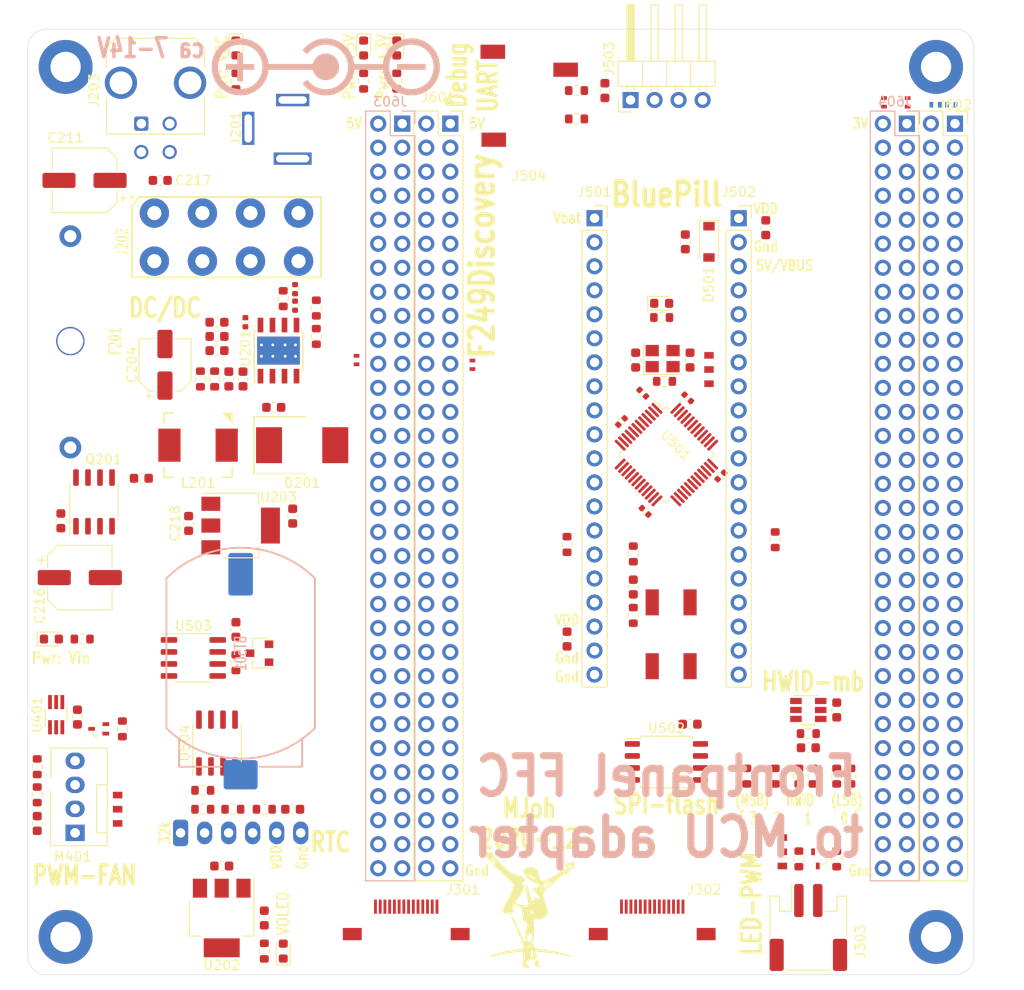
<source format=kicad_pcb>
(kicad_pcb (version 20171130) (host pcbnew 5.1.8-db9833491~88~ubuntu18.04.1)
  (title_block (title "FFC adapter board") (date 2020-12-16) (rev r0.1) (company MaJo))
  (layers (0 F.Cu signal) (1 In1.Cu signal) (2 In2.Cu signal) (31 B.Cu signal) (34 B.Paste user) (35 F.Paste user) (36 B.SilkS user) (37 F.SilkS user) (38 B.Mask user) (39 F.Mask user) (44 Edge.Cuts user))
  (net 0 "")
  (net 1 +BATT)
  (net 2 GND)
  (net 3 "Net-(C201-Pad2)")
  (net 4 "Net-(C201-Pad1)")
  (net 5 VIN)
  (net 6 VMAIN)
  (net 7 "Net-(C208-Pad1)")
  (net 8 "Net-(C209-Pad1)")
  (net 9 "Net-(C210-Pad1)")
  (net 10 +VDC)
  (net 11 VDD_OLED)
  (net 12 VDD)
  (net 13 "Net-(C302-Pad2)")
  (net 14 ~RSTn~)
  (net 15 "Net-(C506-Pad1)")
  (net 16 "Net-(C508-Pad1)")
  (net 17 "Net-(D202-Pad2)")
  (net 18 "Net-(D203-Pad2)")
  (net 19 "Net-(D204-Pad2)")
  (net 20 "Net-(D205-Pad2)")
  (net 21 "Net-(D206-Pad2)")
  (net 22 "Net-(D501-Pad2)")
  (net 23 "Net-(D502-Pad1)")
  (net 24 "Net-(F201-Pad2)")
  (net 25 "Net-(J301-Pad16)")
  (net 26 "Net-(J301-Pad15)")
  (net 27 ~FP_BTN_1An~)
  (net 28 ~FP_BTN_1Bn~)
  (net 29 ~DISP_CSn~)
  (net 30 ~FP_ENC2_SWn~)
  (net 31 I2C1_SCL)
  (net 32 FP_ENC2_B)
  (net 33 I2C1_SDA)
  (net 34 FP_ENC2_A)
  (net 35 DISP_FLASH_MOSI)
  (net 36 DISP_FLASH_SCK)
  (net 37 DISP_D~Cn~)
  (net 38 "Net-(J302-Pad16)")
  (net 39 "Net-(J302-Pad15)")
  (net 40 ~FP_BTN_2An~)
  (net 41 ~FP_BTN_2Bn~)
  (net 42 HWID_FP)
  (net 43 "/F429Discovery connection/AUXUART7_TX")
  (net 44 "/F429Discovery connection/AUXUART7_RX")
  (net 45 FP_ENC_A)
  (net 46 ~SYS_RSTn~)
  (net 47 FP_ENC_B)
  (net 48 ~AUX_INTn~)
  (net 49 ~FP_ENC_SWn~)
  (net 50 AUX_BOOT0)
  (net 51 "Net-(J303-Pad2)")
  (net 52 "Net-(J303-Pad1)")
  (net 53 "/MCU / Bluepill/USART3_TX")
  (net 54 FAN1_PWM)
  (net 55 PWRBTN_LED_PWM)
  (net 56 HWID_MB)
  (net 57 ~RTC_INTn~_SQW)
  (net 58 FAN1_RPM)
  (net 59 "/MCU / Bluepill/PC15")
  (net 60 32k)
  (net 61 "/MCU / Bluepill/PA9")
  (net 62 DBGUART_RX)
  (net 63 "/MCU / Bluepill/PA11")
  (net 64 "/MCU / Bluepill/PA12")
  (net 65 ~FLASH_CSn~)
  (net 66 DISP_FLASH_MISO)
  (net 67 "/MCU / Bluepill/SWCLK")
  (net 68 "/MCU / Bluepill/SWDIO")
  (net 69 DBGUART_TX)
  (net 70 "/F429Discovery connection/PG4")
  (net 71 "/F429Discovery connection/PG5")
  (net 72 "/F429Discovery connection/PG6")
  (net 73 "/F429Discovery connection/PG7")
  (net 74 "/F429Discovery connection/PG8")
  (net 75 "/F429Discovery connection/PC6")
  (net 76 "/F429Discovery connection/PC7")
  (net 77 "/F429Discovery connection/PC8")
  (net 78 "/F429Discovery connection/PA9")
  (net 79 "/F429Discovery connection/PA10")
  (net 80 "/F429Discovery connection/PA11")
  (net 81 "/F429Discovery connection/PA12")
  (net 82 "/F429Discovery connection/PA13")
  (net 83 "/F429Discovery connection/PA14")
  (net 84 "/F429Discovery connection/PA15")
  (net 85 "/F429Discovery connection/PC10")
  (net 86 "/F429Discovery connection/PC11")
  (net 87 "/F429Discovery connection/PD0")
  (net 88 "/F429Discovery connection/PD1")
  (net 89 "/F429Discovery connection/PD2")
  (net 90 "/F429Discovery connection/PD4")
  (net 91 "/F429Discovery connection/PD5")
  (net 92 "/F429Discovery connection/PD6")
  (net 93 "/F429Discovery connection/PD7")
  (net 94 "/F429Discovery connection/PG10")
  (net 95 "/F429Discovery connection/PG9")
  (net 96 "/F429Discovery connection/PG12")
  (net 97 "/F429Discovery connection/PG11")
  (net 98 "/F429Discovery connection/PG14")
  (net 99 "/F429Discovery connection/PG13")
  (net 100 "/F429Discovery connection/PG15")
  (net 101 "Net-(J601-Pad22)")
  (net 102 "/F429Discovery connection/BOOT0")
  (net 103 "/F429Discovery connection/PB9")
  (net 104 "/F429Discovery connection/PB8")
  (net 105 "/F429Discovery connection/PE1")
  (net 106 "/F429Discovery connection/PE0")
  (net 107 "/F429Discovery connection/PE3")
  (net 108 "/F429Discovery connection/PE2")
  (net 109 "/F429Discovery connection/PE4")
  (net 110 "/F429Discovery connection/PC13")
  (net 111 "/F429Discovery connection/PC15")
  (net 112 "/F429Discovery connection/PF1")
  (net 113 "/F429Discovery connection/PF0")
  (net 114 "/F429Discovery connection/PG2")
  (net 115 "/F429Discovery connection/PG3")
  (net 116 "/F429Discovery connection/PD14")
  (net 117 "/F429Discovery connection/PD15")
  (net 118 "/F429Discovery connection/PD12")
  (net 119 "/F429Discovery connection/PD13")
  (net 120 "/F429Discovery connection/PD10")
  (net 121 "/F429Discovery connection/PD11")
  (net 122 "/F429Discovery connection/PD9")
  (net 123 "/F429Discovery connection/PB14")
  (net 124 "/F429Discovery connection/PB15")
  (net 125 "/F429Discovery connection/PB12")
  (net 126 "/F429Discovery connection/PB13")
  (net 127 "/F429Discovery connection/PB10")
  (net 128 "/F429Discovery connection/PB11")
  (net 129 "/F429Discovery connection/PE15")
  (net 130 "/F429Discovery connection/PG1")
  (net 131 "/F429Discovery connection/PF15")
  (net 132 "/F429Discovery connection/PG0")
  (net 133 "/F429Discovery connection/PF13")
  (net 134 "/F429Discovery connection/PF14")
  (net 135 "/F429Discovery connection/PF11")
  (net 136 "/F429Discovery connection/PF12")
  (net 137 "/F429Discovery connection/PB2")
  (net 138 "/F429Discovery connection/PB0")
  (net 139 "/F429Discovery connection/PB1")
  (net 140 "/F429Discovery connection/PC4")
  (net 141 "/F429Discovery connection/PC5")
  (net 142 "/F429Discovery connection/PA6")
  (net 143 "/F429Discovery connection/PA7")
  (net 144 "/F429Discovery connection/PA4")
  (net 145 "/F429Discovery connection/PA2")
  (net 146 "/F429Discovery connection/PA3")
  (net 147 "/F429Discovery connection/PA0")
  (net 148 "/F429Discovery connection/PA1")
  (net 149 "/F429Discovery connection/PC2")
  (net 150 "/F429Discovery connection/PC1")
  (net 151 "/F429Discovery connection/PH0")
  (net 152 "/F429Discovery connection/PH1")
  (net 153 "/F429Discovery connection/PF10")
  (net 154 "Net-(J602-Pad4)")
  (net 155 "Net-(J602-Pad2)")
  (net 156 "Net-(J602-Pad1)")
  (net 157 "Net-(J604-Pad4)")
  (net 158 "Net-(M401-Pad4)")
  (net 159 "Net-(M401-Pad3)")
  (net 160 "/MCU / Bluepill/~WEn~")
  (net 161 "/MCU / Bluepill/PwrGood")
  (net 162 "Net-(R201-Pad2)")
  (net 163 "Net-(R202-Pad2)")
  (net 164 "Net-(R301-Pad2)")
  (net 165 "Net-(U401-Pad4)")
  (net 166 "Net-(R504-Pad1)")
  (module Symbol:Polarity_Center_Positive_6mm_SilkScreen (layer B.Cu) (at 81.5 54 180)
    (fp_text reference REF** hide)
    (fp_text value Polarity_Center_Positive_6mm_SilkScreen hide)
  )
  (module customlib_mj_fp:MJ_10.3x12.7 (layer F.Cu) (at 103 143)
    (fp_text reference Logo101 hide)
    (fp_text value Logo_MJ hide)
  )
  (module MountingHole:MountingHole_3.2mm_M3_ISO7380_Pad (layer F.Cu) (at 146 146)
    (fp_text reference H104 hide)
    (fp_text value MountingHole_Pad)
    (pad 1 thru_hole circle (at 0 0) (size 5.7 5.7) (drill 3.2) (layers *.Cu *.Mask) (net 2 GND))
  )
  (module MountingHole:MountingHole_3.2mm_M3_ISO7380_Pad (layer F.Cu) (at 54 146)
    (fp_text reference H103 hide)
    (fp_text value MountingHole_Pad)
    (pad 1 thru_hole circle (at 0 0) (size 5.7 5.7) (drill 3.2) (layers *.Cu *.Mask) (net 2 GND))
  )
  (module MountingHole:MountingHole_3.2mm_M3_ISO7380_Pad (layer F.Cu) (at 146 54)
    (fp_text reference H102 hide)
    (fp_text value MountingHole_Pad)
    (pad 1 thru_hole circle (at 0 0) (size 5.7 5.7) (drill 3.2) (layers *.Cu *.Mask) (net 2 GND))
  )
  (module MountingHole:MountingHole_3.2mm_M3_ISO7380_Pad (layer F.Cu) (at 54 54)
    (fp_text reference H101 hide)
    (fp_text value MountingHole_Pad)
    (pad 1 thru_hole circle (at 0 0) (size 5.7 5.7) (drill 3.2) (layers *.Cu *.Mask) (net 2 GND))
  )
  (module customlib_mj_fp:db2_ud_0402 (layer F.Cu) (at 84.75 85 90)
    (fp_text reference JP606 hide)
    (fp_text value dogbone_2_ud)
    (pad 2 smd rect (at 0.45 0 90) (size 0.4 0.6) (layers F.Cu F.Mask) (net 12 VDD))
    (pad 1 smd rect (at -0.45 0 90) (size 0.4 0.6) (layers F.Cu F.Mask) (net 12 VDD))
  )
  (module customlib_mj_fp:db2_ud_0402 (layer F.Cu) (at 140.5 57.75 90)
    (fp_text reference JP605 hide)
    (fp_text value dogbone_2_ud)
    (pad 2 smd rect (at 0.45 0 90) (size 0.4 0.6) (layers F.Cu F.Mask) (net 12 VDD))
    (pad 1 smd rect (at -0.45 0 90) (size 0.4 0.6) (layers F.Cu F.Mask) (net 12 VDD))
  )
  (module customlib_mj_fp:db2_ud_0402 (layer F.Cu) (at 143 57.75 270)
    (fp_text reference JP604 hide)
    (fp_text value dogbone_2_ud)
    (pad 2 smd rect (at 0.45 0 270) (size 0.4 0.6) (layers F.Cu F.Mask) (net 12 VDD))
    (pad 1 smd rect (at -0.45 0 270) (size 0.4 0.6) (layers F.Cu F.Mask) (net 12 VDD))
  )
  (module Diode_SMD:D_SOD-123 (layer F.Cu) (at 122 72.5 270)
    (fp_text reference D501 (at 4.5 0 270) (layer F.SilkS))
    (fp_text value B5819W)
    (pad 2 smd rect (at 1.65 0 270) (size 0.9 1.2) (layers F.Cu F.Paste F.Mask) (net 22 "Net-(D501-Pad2)"))
    (pad 1 smd rect (at -1.65 0 270) (size 0.9 1.2) (layers F.Cu F.Paste F.Mask) (net 6 VMAIN))
  )
  (module Capacitor_SMD:C_0402_1005Metric (layer F.Cu) (at 119.75 89 315)
    (fp_text reference C515 hide)
    (fp_text value 0.1u)
    (pad 2 smd roundrect (at 0.48 0 315) (size 0.56 0.62) (layers F.Cu F.Paste F.Mask) (net 2 GND))
    (pad 1 smd roundrect (at -0.48 0 315) (size 0.56 0.62) (layers F.Cu F.Paste F.Mask) (net 12 VDD))
  )
  (module Capacitor_SMD:C_0402_1005Metric (layer F.Cu) (at 123.25 97.25 225)
    (fp_text reference C504 hide)
    (fp_text value 0.1u)
    (pad 2 smd roundrect (at 0.48 0 225) (size 0.56 0.62) (layers F.Cu F.Paste F.Mask) (net 2 GND))
    (pad 1 smd roundrect (at -0.48 0 225) (size 0.56 0.62) (layers F.Cu F.Paste F.Mask) (net 12 VDD))
  )
  (module Capacitor_SMD:C_0402_1005Metric (layer F.Cu) (at 115.25 101 135)
    (fp_text reference C503 hide)
    (fp_text value 0.1u)
    (pad 2 smd roundrect (at 0.48 0 135) (size 0.56 0.62) (layers F.Cu F.Paste F.Mask) (net 2 GND))
    (pad 1 smd roundrect (at -0.48 0 135) (size 0.56 0.62) (layers F.Cu F.Paste F.Mask) (net 12 VDD))
  )
  (module Capacitor_SMD:C_0402_1005Metric (layer F.Cu) (at 112.75 91.5 45)
    (fp_text reference C502 hide)
    (fp_text value 0.1u)
    (pad 2 smd roundrect (at 0.48 0 45) (size 0.56 0.62) (layers F.Cu F.Paste F.Mask) (net 2 GND))
    (pad 1 smd roundrect (at -0.48 0 45) (size 0.56 0.62) (layers F.Cu F.Paste F.Mask) (net 12 VDD))
  )
  (module Capacitor_SMD:C_0402_1005Metric (layer F.Cu) (at 115 88.5 135)
    (fp_text reference C501 hide)
    (fp_text value 0.1u)
    (pad 2 smd roundrect (at 0.48 0 135) (size 0.56 0.62) (layers F.Cu F.Paste F.Mask) (net 2 GND))
    (pad 1 smd roundrect (at -0.48 0 135) (size 0.56 0.62) (layers F.Cu F.Paste F.Mask) (net 12 VDD))
  )
  (module customlib_mj_fp:db3_ud_0603 (layer F.Cu) (at 122 86 270)
    (fp_text reference JP501 hide)
    (fp_text value dogbone_3_ud)
    (pad 3 smd rect (at 1.5 0 270) (size 0.7 1) (layers F.Cu F.Mask) (net 2 GND))
    (pad 2 smd rect (at 0 0 270) (size 0.7 1) (layers F.Cu F.Mask) (net 2 GND))
    (pad 1 smd rect (at -1.5 0 270) (size 0.7 1) (layers F.Cu F.Mask) (net 12 VDD))
  )
  (module Crystal:Crystal_SMD_3225-4Pin_3.2x2.5mm (layer F.Cu) (at 117.1 84.85)
    (fp_text reference Y501 hide)
    (fp_text value 8.0M)
    (pad 4 smd rect (at -1.1 -0.85) (size 1.4 1.2) (layers F.Cu F.Paste F.Mask) (net 2 GND))
    (pad 3 smd rect (at 1.1 -0.85) (size 1.4 1.2) (layers F.Cu F.Paste F.Mask) (net 16 "Net-(C508-Pad1)"))
    (pad 2 smd rect (at 1.1 0.85) (size 1.4 1.2) (layers F.Cu F.Paste F.Mask) (net 2 GND))
    (pad 1 smd rect (at -1.1 0.85) (size 1.4 1.2) (layers F.Cu F.Paste F.Mask) (net 15 "Net-(C506-Pad1)"))
  )
  (module Package_SO:SOIC-8_3.9x4.9mm_P1.27mm (layer F.Cu) (at 70 125.5 90)
    (fp_text reference U504 (at 0 -3.4 90) (layer F.SilkS))
    (fp_text value DS3231MZ)
    (pad 8 smd roundrect (at 2.475 -1.905 90) (size 1.95 0.6) (layers F.Cu F.Paste F.Mask) (net 31 I2C1_SCL))
    (pad 7 smd roundrect (at 2.475 -0.635 90) (size 1.95 0.6) (layers F.Cu F.Paste F.Mask) (net 33 I2C1_SDA))
    (pad 6 smd roundrect (at 2.475 0.635 90) (size 1.95 0.6) (layers F.Cu F.Paste F.Mask) (net 1 +BATT))
    (pad 5 smd roundrect (at 2.475 1.905 90) (size 1.95 0.6) (layers F.Cu F.Paste F.Mask) (net 2 GND))
    (pad 4 smd roundrect (at -2.475 1.905 90) (size 1.95 0.6) (layers F.Cu F.Paste F.Mask) (net 161 "/MCU / Bluepill/PwrGood"))
    (pad 3 smd roundrect (at -2.475 0.635 90) (size 1.95 0.6) (layers F.Cu F.Paste F.Mask) (net 57 ~RTC_INTn~_SQW))
    (pad 2 smd roundrect (at -2.475 -0.635 90) (size 1.95 0.6) (layers F.Cu F.Paste F.Mask) (net 12 VDD))
    (pad 1 smd roundrect (at -2.475 -1.905 90) (size 1.95 0.6) (layers F.Cu F.Paste F.Mask) (net 60 32k))
  )
  (module Package_SO:SO-8_3.9x4.9mm_P1.27mm (layer F.Cu) (at 67.5 116.5)
    (fp_text reference U503 (at 0 -3.4) (layer F.SilkS))
    (fp_text value CAT24C256)
    (pad 8 smd roundrect (at 2.575 -1.905) (size 1.75 0.6) (layers F.Cu F.Paste F.Mask) (net 12 VDD))
    (pad 7 smd roundrect (at 2.575 -0.635) (size 1.75 0.6) (layers F.Cu F.Paste F.Mask) (net 160 "/MCU / Bluepill/~WEn~"))
    (pad 6 smd roundrect (at 2.575 0.635) (size 1.75 0.6) (layers F.Cu F.Paste F.Mask) (net 31 I2C1_SCL))
    (pad 5 smd roundrect (at 2.575 1.905) (size 1.75 0.6) (layers F.Cu F.Paste F.Mask) (net 33 I2C1_SDA))
    (pad 4 smd roundrect (at -2.575 1.905) (size 1.75 0.6) (layers F.Cu F.Paste F.Mask) (net 2 GND))
    (pad 3 smd roundrect (at -2.575 0.635) (size 1.75 0.6) (layers F.Cu F.Paste F.Mask) (net 12 VDD))
    (pad 2 smd roundrect (at -2.575 -0.635) (size 1.75 0.6) (layers F.Cu F.Paste F.Mask) (net 12 VDD))
    (pad 1 smd roundrect (at -2.575 -1.905) (size 1.75 0.6) (layers F.Cu F.Paste F.Mask) (net 12 VDD))
  )
  (module Package_SO:SOIC-8_5.23x5.23mm_P1.27mm (layer F.Cu) (at 117.5 127.5)
    (fp_text reference U502 (at 0 -3.56) (layer F.SilkS))
    (fp_text value W25Q64FV)
    (pad 8 smd roundrect (at 3.6 -1.905) (size 1.6 0.6) (layers F.Cu F.Paste F.Mask) (net 12 VDD))
    (pad 7 smd roundrect (at 3.6 -0.635) (size 1.6 0.6) (layers F.Cu F.Paste F.Mask) (net 12 VDD))
    (pad 6 smd roundrect (at 3.6 0.635) (size 1.6 0.6) (layers F.Cu F.Paste F.Mask) (net 36 DISP_FLASH_SCK))
    (pad 5 smd roundrect (at 3.6 1.905) (size 1.6 0.6) (layers F.Cu F.Paste F.Mask) (net 35 DISP_FLASH_MOSI))
    (pad 4 smd roundrect (at -3.6 1.905) (size 1.6 0.6) (layers F.Cu F.Paste F.Mask) (net 2 GND))
    (pad 3 smd roundrect (at -3.6 0.635) (size 1.6 0.6) (layers F.Cu F.Paste F.Mask) (net 12 VDD))
    (pad 2 smd roundrect (at -3.6 -0.635) (size 1.6 0.6) (layers F.Cu F.Paste F.Mask) (net 66 DISP_FLASH_MISO))
    (pad 1 smd roundrect (at -3.6 -1.905) (size 1.6 0.6) (layers F.Cu F.Paste F.Mask) (net 65 ~FLASH_CSn~))
  )
  (module Package_QFP:LQFP-48_7x7mm_P0.5mm (layer F.Cu) (at 117.5 95 315)
    (fp_text reference U501 (at 0 -1.414214 135) (layer F.SilkS))
    (fp_text value STM32F103CBTx)
    (pad 48 smd roundrect (at -2.75 -4.1625 315) (size 0.3 1.475) (layers F.Cu F.Paste F.Mask) (net 12 VDD))
    (pad 47 smd roundrect (at -2.25 -4.1625 315) (size 0.3 1.475) (layers F.Cu F.Paste F.Mask) (net 2 GND))
    (pad 46 smd roundrect (at -1.75 -4.1625 315) (size 0.3 1.475) (layers F.Cu F.Paste F.Mask) (net 33 I2C1_SDA))
    (pad 45 smd roundrect (at -1.25 -4.1625 315) (size 0.3 1.475) (layers F.Cu F.Paste F.Mask) (net 31 I2C1_SCL))
    (pad 44 smd roundrect (at -0.75 -4.1625 315) (size 0.3 1.475) (layers F.Cu F.Paste F.Mask) (net 2 GND))
    (pad 43 smd roundrect (at -0.25 -4.1625 315) (size 0.3 1.475) (layers F.Cu F.Paste F.Mask) (net 47 FP_ENC_B))
    (pad 42 smd roundrect (at 0.25 -4.1625 315) (size 0.3 1.475) (layers F.Cu F.Paste F.Mask) (net 45 FP_ENC_A))
    (pad 41 smd roundrect (at 0.75 -4.1625 315) (size 0.3 1.475) (layers F.Cu F.Paste F.Mask) (net 35 DISP_FLASH_MOSI))
    (pad 40 smd roundrect (at 1.25 -4.1625 315) (size 0.3 1.475) (layers F.Cu F.Paste F.Mask) (net 66 DISP_FLASH_MISO))
    (pad 39 smd roundrect (at 1.75 -4.1625 315) (size 0.3 1.475) (layers F.Cu F.Paste F.Mask) (net 36 DISP_FLASH_SCK))
    (pad 38 smd roundrect (at 2.25 -4.1625 315) (size 0.3 1.475) (layers F.Cu F.Paste F.Mask) (net 65 ~FLASH_CSn~))
    (pad 37 smd roundrect (at 2.75 -4.1625 315) (size 0.3 1.475) (layers F.Cu F.Paste F.Mask) (net 67 "/MCU / Bluepill/SWCLK"))
    (pad 36 smd roundrect (at 4.1625 -2.75 315) (size 1.475 0.3) (layers F.Cu F.Paste F.Mask) (net 12 VDD))
    (pad 35 smd roundrect (at 4.1625 -2.25 315) (size 1.475 0.3) (layers F.Cu F.Paste F.Mask) (net 2 GND))
    (pad 34 smd roundrect (at 4.1625 -1.75 315) (size 1.475 0.3) (layers F.Cu F.Paste F.Mask) (net 68 "/MCU / Bluepill/SWDIO"))
    (pad 33 smd roundrect (at 4.1625 -1.25 315) (size 1.475 0.3) (layers F.Cu F.Paste F.Mask) (net 64 "/MCU / Bluepill/PA12"))
    (pad 32 smd roundrect (at 4.1625 -0.75 315) (size 1.475 0.3) (layers F.Cu F.Paste F.Mask) (net 63 "/MCU / Bluepill/PA11"))
    (pad 31 smd roundrect (at 4.1625 -0.25 315) (size 1.475 0.3) (layers F.Cu F.Paste F.Mask) (net 62 DBGUART_RX))
    (pad 30 smd roundrect (at 4.1625 0.25 315) (size 1.475 0.3) (layers F.Cu F.Paste F.Mask) (net 61 "/MCU / Bluepill/PA9"))
    (pad 29 smd roundrect (at 4.1625 0.75 315) (size 1.475 0.3) (layers F.Cu F.Paste F.Mask) (net 29 ~DISP_CSn~))
    (pad 28 smd roundrect (at 4.1625 1.25 315) (size 1.475 0.3) (layers F.Cu F.Paste F.Mask) (net 49 ~FP_ENC_SWn~))
    (pad 27 smd roundrect (at 4.1625 1.75 315) (size 1.475 0.3) (layers F.Cu F.Paste F.Mask) (net 41 ~FP_BTN_2Bn~))
    (pad 26 smd roundrect (at 4.1625 2.25 315) (size 1.475 0.3) (layers F.Cu F.Paste F.Mask) (net 40 ~FP_BTN_2An~))
    (pad 25 smd roundrect (at 4.1625 2.75 315) (size 1.475 0.3) (layers F.Cu F.Paste F.Mask) (net 46 ~SYS_RSTn~))
    (pad 24 smd roundrect (at 2.75 4.1625 315) (size 0.3 1.475) (layers F.Cu F.Paste F.Mask) (net 12 VDD))
    (pad 23 smd roundrect (at 2.25 4.1625 315) (size 0.3 1.475) (layers F.Cu F.Paste F.Mask) (net 2 GND))
    (pad 22 smd roundrect (at 1.75 4.1625 315) (size 0.3 1.475) (layers F.Cu F.Paste F.Mask) (net 44 "/F429Discovery connection/AUXUART7_RX"))
    (pad 21 smd roundrect (at 1.25 4.1625 315) (size 0.3 1.475) (layers F.Cu F.Paste F.Mask) (net 53 "/MCU / Bluepill/USART3_TX"))
    (pad 20 smd roundrect (at 0.75 4.1625 315) (size 0.3 1.475) (layers F.Cu F.Paste F.Mask) (net 166 "Net-(R504-Pad1)"))
    (pad 19 smd roundrect (at 0.25 4.1625 315) (size 0.3 1.475) (layers F.Cu F.Paste F.Mask) (net 54 FAN1_PWM))
    (pad 18 smd roundrect (at -0.25 4.1625 315) (size 0.3 1.475) (layers F.Cu F.Paste F.Mask) (net 55 PWRBTN_LED_PWM))
    (pad 17 smd roundrect (at -0.75 4.1625 315) (size 0.3 1.475) (layers F.Cu F.Paste F.Mask) (net 37 DISP_D~Cn~))
    (pad 16 smd roundrect (at -1.25 4.1625 315) (size 0.3 1.475) (layers F.Cu F.Paste F.Mask) (net 56 HWID_MB))
    (pad 15 smd roundrect (at -1.75 4.1625 315) (size 0.3 1.475) (layers F.Cu F.Paste F.Mask) (net 42 HWID_FP))
    (pad 14 smd roundrect (at -2.25 4.1625 315) (size 0.3 1.475) (layers F.Cu F.Paste F.Mask) (net 28 ~FP_BTN_1Bn~))
    (pad 13 smd roundrect (at -2.75 4.1625 315) (size 0.3 1.475) (layers F.Cu F.Paste F.Mask) (net 27 ~FP_BTN_1An~))
    (pad 12 smd roundrect (at -4.1625 2.75 315) (size 1.475 0.3) (layers F.Cu F.Paste F.Mask) (net 48 ~AUX_INTn~))
    (pad 11 smd roundrect (at -4.1625 2.25 315) (size 1.475 0.3) (layers F.Cu F.Paste F.Mask) (net 57 ~RTC_INTn~_SQW))
    (pad 10 smd roundrect (at -4.1625 1.75 315) (size 1.475 0.3) (layers F.Cu F.Paste F.Mask) (net 58 FAN1_RPM))
    (pad 9 smd roundrect (at -4.1625 1.25 315) (size 1.475 0.3) (layers F.Cu F.Paste F.Mask) (net 12 VDD))
    (pad 8 smd roundrect (at -4.1625 0.75 315) (size 1.475 0.3) (layers F.Cu F.Paste F.Mask) (net 2 GND))
    (pad 7 smd roundrect (at -4.1625 0.25 315) (size 1.475 0.3) (layers F.Cu F.Paste F.Mask) (net 14 ~RSTn~))
    (pad 6 smd roundrect (at -4.1625 -0.25 315) (size 1.475 0.3) (layers F.Cu F.Paste F.Mask) (net 16 "Net-(C508-Pad1)"))
    (pad 5 smd roundrect (at -4.1625 -0.75 315) (size 1.475 0.3) (layers F.Cu F.Paste F.Mask) (net 15 "Net-(C506-Pad1)"))
    (pad 4 smd roundrect (at -4.1625 -1.25 315) (size 1.475 0.3) (layers F.Cu F.Paste F.Mask) (net 59 "/MCU / Bluepill/PC15"))
    (pad 3 smd roundrect (at -4.1625 -1.75 315) (size 1.475 0.3) (layers F.Cu F.Paste F.Mask) (net 60 32k))
    (pad 2 smd roundrect (at -4.1625 -2.25 315) (size 1.475 0.3) (layers F.Cu F.Paste F.Mask) (net 50 AUX_BOOT0))
    (pad 1 smd roundrect (at -4.1625 -2.75 315) (size 1.475 0.3) (layers F.Cu F.Paste F.Mask) (net 12 VDD))
  )
  (module Package_TO_SOT_SMD:SOT-363_SC-70-6_Handsoldering (layer F.Cu) (at 53 122.5 90)
    (fp_text reference U401 (at 0 -2 90) (layer F.SilkS))
    (fp_text value 74LVC2G17gw)
    (pad 6 smd rect (at 1.33 -0.65 90) (size 1.5 0.4) (layers F.Cu F.Paste F.Mask) (net 58 FAN1_RPM))
    (pad 5 smd rect (at 1.33 0 90) (size 1.5 0.4) (layers F.Cu F.Paste F.Mask) (net 12 VDD))
    (pad 4 smd rect (at 1.33 0.65 90) (size 1.5 0.4) (layers F.Cu F.Paste F.Mask) (net 165 "Net-(U401-Pad4)"))
    (pad 3 smd rect (at -1.33 0.65 90) (size 1.5 0.4) (layers F.Cu F.Paste F.Mask) (net 2 GND))
    (pad 2 smd rect (at -1.33 0 90) (size 1.5 0.4) (layers F.Cu F.Paste F.Mask) (net 2 GND))
    (pad 1 smd rect (at -1.33 -0.65 90) (size 1.5 0.4) (layers F.Cu F.Paste F.Mask) (net 159 "Net-(M401-Pad3)"))
  )
  (module Package_TO_SOT_SMD:TSOT-23-6 (layer F.Cu) (at 132.5 122)
    (fp_text reference U301 hide)
    (fp_text value TLV9051SIDBV)
    (pad 6 smd rect (at 1.31 -0.95) (size 1.22 0.65) (layers F.Cu F.Paste F.Mask) (net 12 VDD))
    (pad 5 smd rect (at 1.31 0) (size 1.22 0.65) (layers F.Cu F.Paste F.Mask) (net 12 VDD))
    (pad 4 smd rect (at 1.31 0.95) (size 1.22 0.65) (layers F.Cu F.Paste F.Mask) (net 56 HWID_MB))
    (pad 3 smd rect (at -1.31 0.95) (size 1.22 0.65) (layers F.Cu F.Paste F.Mask) (net 13 "Net-(C302-Pad2)"))
    (pad 2 smd rect (at -1.31 0) (size 1.22 0.65) (layers F.Cu F.Paste F.Mask) (net 2 GND))
    (pad 1 smd rect (at -1.31 -0.95) (size 1.22 0.65) (layers F.Cu F.Paste F.Mask) (net 56 HWID_MB))
  )
  (module Package_TO_SOT_SMD:SOT-223-3_TabPin2 (layer F.Cu) (at 72.5 102.5)
    (fp_text reference U203 (at 4 -3) (layer F.SilkS))
    (fp_text value TLV1117LV30DCY)
    (pad 1 smd rect (at -3.15 -2.3) (size 2 1.5) (layers F.Cu F.Paste F.Mask) (net 2 GND))
    (pad 3 smd rect (at -3.15 2.3) (size 2 1.5) (layers F.Cu F.Paste F.Mask) (net 6 VMAIN))
    (pad 2 smd rect (at -3.15 0) (size 2 1.5) (layers F.Cu F.Paste F.Mask) (net 12 VDD))
    (pad 2 smd rect (at 3.15 0) (size 2 3.8) (layers F.Cu F.Paste F.Mask) (net 12 VDD))
  )
  (module Package_TO_SOT_SMD:SOT-223-3_TabPin2 (layer F.Cu) (at 70.5 144 270)
    (fp_text reference U202 (at 5 0 180) (layer F.SilkS))
    (fp_text value TLV1117LV30DCY)
    (pad 1 smd rect (at -3.15 -2.3 270) (size 2 1.5) (layers F.Cu F.Paste F.Mask) (net 2 GND))
    (pad 3 smd rect (at -3.15 2.3 270) (size 2 1.5) (layers F.Cu F.Paste F.Mask) (net 6 VMAIN))
    (pad 2 smd rect (at -3.15 0 270) (size 2 1.5) (layers F.Cu F.Paste F.Mask) (net 11 VDD_OLED))
    (pad 2 smd rect (at 3.15 0 270) (size 2 3.8) (layers F.Cu F.Paste F.Mask) (net 11 VDD_OLED))
  )
  (module Package_SO:TI_SO-PowerPAD-8_ThermalVias (layer F.Cu) (at 76.5 84 90)
    (fp_text reference U201 (at 0.25 -3.5 90) (layer F.SilkS))
    (fp_text value TPS54332DDA)
    (pad 9 thru_hole circle (at 0.6 1.8 90) (size 0.6 0.6) (drill 0.3) (layers *.Cu) (net 2 GND))
    (pad 9 thru_hole circle (at 0.6 0.7 90) (size 0.6 0.6) (drill 0.3) (layers *.Cu) (net 2 GND))
    (pad 9 thru_hole circle (at -0.6 0.7 90) (size 0.6 0.6) (drill 0.3) (layers *.Cu) (net 2 GND))
    (pad 9 thru_hole circle (at -0.6 1.8 90) (size 0.6 0.6) (drill 0.3) (layers *.Cu) (net 2 GND))
    (pad 9 thru_hole circle (at 0.6 -1.8 90) (size 0.6 0.6) (drill 0.3) (layers *.Cu) (net 2 GND))
    (pad 9 thru_hole circle (at 0.6 -0.6 90) (size 0.6 0.6) (drill 0.3) (layers *.Cu) (net 2 GND))
    (pad 9 thru_hole circle (at -0.6 -0.6 90) (size 0.6 0.6) (drill 0.3) (layers *.Cu) (net 2 GND))
    (pad 9 thru_hole circle (at -0.6 -1.8 90) (size 0.6 0.6) (drill 0.3) (layers *.Cu) (net 2 GND))
    (pad 9 smd rect (at 0 0 90) (size 2.95 4.5) (layers B.Cu) (net 2 GND))
    (pad 8 smd rect (at 2.7 -1.905 90) (size 1.55 0.6) (layers F.Cu F.Paste F.Mask) (net 7 "Net-(C208-Pad1)"))
    (pad 7 smd rect (at 2.7 -0.635 90) (size 1.55 0.6) (layers F.Cu F.Paste F.Mask) (net 162 "Net-(R201-Pad2)"))
    (pad 6 smd rect (at 2.7 0.635 90) (size 1.55 0.6) (layers F.Cu F.Paste F.Mask) (net 8 "Net-(C209-Pad1)"))
    (pad 5 smd rect (at 2.7 1.905 90) (size 1.55 0.6) (layers F.Cu F.Paste F.Mask) (net 163 "Net-(R202-Pad2)"))
    (pad 4 smd rect (at -2.7 1.905 90) (size 1.55 0.6) (layers F.Cu F.Paste F.Mask) (net 2 GND))
    (pad 3 smd rect (at -2.7 0.635 90) (size 1.55 0.6) (layers F.Cu F.Paste F.Mask) (net 4 "Net-(C201-Pad1)"))
    (pad 2 smd rect (at -2.7 -0.635 90) (size 1.55 0.6) (layers F.Cu F.Paste F.Mask) (net 5 VIN))
    (pad 1 smd rect (at -2.7 -1.905 90) (size 1.55 0.6) (layers F.Cu F.Paste F.Mask) (net 3 "Net-(C201-Pad2)"))
    (pad 9 smd rect (at 0 0 90) (size 2.95 4.5) (layers F.Cu) (net 2 GND))
    (pad 9 smd rect (at 0 0 90) (size 2.6 3.1) (layers F.Cu F.Paste F.Mask) (net 2 GND))
  )
  (module customlib_mj_fp:SKHU (layer F.Cu) (at 118 114 90)
    (fp_text reference SW501 hide)
    (fp_text value SKHUxxE010)
    (pad 1 smd rect (at -3.375 -2 90) (size 2.75 1.4) (layers F.Cu F.Paste F.Mask) (net 14 ~RSTn~))
    (pad 2 smd rect (at 3.375 -2 90) (size 2.75 1.4) (layers F.Cu F.Paste F.Mask) (net 14 ~RSTn~))
    (pad 3 smd rect (at -3.375 2 90) (size 2.75 1.4) (layers F.Cu F.Paste F.Mask) (net 2 GND))
    (pad 4 smd rect (at 3.375 2 90) (size 2.75 1.4) (layers F.Cu F.Paste F.Mask) (net 2 GND))
  )
  (module customlib_mj_fp:DS3231_module_6pin_horizontal_mnt (layer F.Cu) (at 72.5 135 90)
    (fp_text reference RTC501 hide)
    (fp_text value DS3231_Module_6pins)
    (pad 6 thru_hole oval (at 0 6.35 90) (size 2.4 1.6) (drill 1) (layers *.Cu *.Mask) (net 2 GND))
    (pad 5 thru_hole oval (at 0 3.81 90) (size 2.4 1.6) (drill 1) (layers *.Cu *.Mask) (net 12 VDD))
    (pad 4 thru_hole oval (at 0 1.27 90) (size 2.4 1.6) (drill 1) (layers *.Cu *.Mask) (net 33 I2C1_SDA))
    (pad 3 thru_hole oval (at 0 -1.27 90) (size 2.4 1.6) (drill 1) (layers *.Cu *.Mask) (net 31 I2C1_SCL))
    (pad 2 thru_hole oval (at 0 -3.81 90) (size 2.4 1.6) (drill 1) (layers *.Cu *.Mask) (net 57 ~RTC_INTn~_SQW))
    (pad 1 thru_hole roundrect (at 0 -6.35 90) (size 2.8 1.6) (drill 1) (layers *.Cu *.Mask) (net 60 32k))
    (pad "" np_thru_hole circle (at 31.75 -9.525 90) (size 3 3) (drill 3) (layers *.Cu *.Mask))
    (pad "" np_thru_hole circle (at 5.08 9.525 90) (size 3 3) (drill 3) (layers *.Cu *.Mask))
    (pad "" np_thru_hole circle (at 5.08 -9.525 90) (size 3 3) (drill 3) (layers *.Cu *.Mask))
  )
  (module Resistor_SMD:R_0603_1608Metric (layer F.Cu) (at 72 117 270)
    (fp_text reference R512 hide)
    (fp_text value 10k)
    (pad 2 smd roundrect (at 0.825 0 270) (size 0.8 0.95) (layers F.Cu F.Paste F.Mask) (net 2 GND))
    (pad 1 smd roundrect (at -0.825 0 270) (size 0.8 0.95) (layers F.Cu F.Paste F.Mask) (net 160 "/MCU / Bluepill/~WEn~"))
  )
  (module Resistor_SMD:R_0603_1608Metric (layer F.Cu) (at 71.675 132.5)
    (fp_text reference R511 hide)
    (fp_text value 4k7)
    (pad 2 smd roundrect (at 0.825 0) (size 0.8 0.95) (layers F.Cu F.Paste F.Mask) (net 31 I2C1_SCL))
    (pad 1 smd roundrect (at -0.825 0) (size 0.8 0.95) (layers F.Cu F.Paste F.Mask) (net 12 VDD))
  )
  (module Resistor_SMD:R_0603_1608Metric (layer F.Cu) (at 75 132.5 180)
    (fp_text reference R510 hide)
    (fp_text value 4k7)
    (pad 2 smd roundrect (at 0.825 0 180) (size 0.8 0.95) (layers F.Cu F.Paste F.Mask) (net 33 I2C1_SDA))
    (pad 1 smd roundrect (at -0.825 0 180) (size 0.8 0.95) (layers F.Cu F.Paste F.Mask) (net 12 VDD))
  )
  (module Resistor_SMD:R_0603_1608Metric (layer F.Cu) (at 68.5 130.5 180)
    (fp_text reference R509 hide)
    (fp_text value 10k)
    (pad 2 smd roundrect (at 0.825 0 180) (size 0.8 0.95) (layers F.Cu F.Paste F.Mask) (net 60 32k))
    (pad 1 smd roundrect (at -0.825 0 180) (size 0.8 0.95) (layers F.Cu F.Paste F.Mask) (net 12 VDD))
  )
  (module Resistor_SMD:R_0603_1608Metric (layer F.Cu) (at 68.5 132.5 180)
    (fp_text reference R508 hide)
    (fp_text value 10k)
    (pad 2 smd roundrect (at 0.825 0 180) (size 0.8 0.95) (layers F.Cu F.Paste F.Mask) (net 57 ~RTC_INTn~_SQW))
    (pad 1 smd roundrect (at -0.825 0 180) (size 0.8 0.95) (layers F.Cu F.Paste F.Mask) (net 12 VDD))
  )
  (module Resistor_SMD:R_0603_1608Metric (layer F.Cu) (at 108 59.5 180)
    (fp_text reference R507 hide)
    (fp_text value 10k)
    (pad 2 smd roundrect (at 0.825 0 180) (size 0.8 0.95) (layers F.Cu F.Paste F.Mask) (net 62 DBGUART_RX))
    (pad 1 smd roundrect (at -0.825 0 180) (size 0.8 0.95) (layers F.Cu F.Paste F.Mask) (net 12 VDD))
  )
  (module Resistor_SMD:R_0603_1608Metric (layer F.Cu) (at 108 56.5 180)
    (fp_text reference R506 hide)
    (fp_text value 10k)
    (pad 2 smd roundrect (at 0.825 0 180) (size 0.8 0.95) (layers F.Cu F.Paste F.Mask) (net 69 DBGUART_TX))
    (pad 1 smd roundrect (at -0.825 0 180) (size 0.8 0.95) (layers F.Cu F.Paste F.Mask) (net 12 VDD))
  )
  (module Resistor_SMD:R_0603_1608Metric (layer F.Cu) (at 117 80.5 180)
    (fp_text reference R505 hide)
    (fp_text value 1k)
    (pad 2 smd roundrect (at 0.825 0 180) (size 0.8 0.95) (layers F.Cu F.Paste F.Mask) (net 23 "Net-(D502-Pad1)"))
    (pad 1 smd roundrect (at -0.825 0 180) (size 0.8 0.95) (layers F.Cu F.Paste F.Mask) (net 50 AUX_BOOT0))
  )
  (module Resistor_SMD:R_0603_1608Metric (layer F.Cu) (at 114 105.5 270)
    (fp_text reference R504 hide)
    (fp_text value 10k)
    (pad 2 smd roundrect (at 0.825 0 270) (size 0.8 0.95) (layers F.Cu F.Paste F.Mask) (net 2 GND))
    (pad 1 smd roundrect (at -0.825 0 270) (size 0.8 0.95) (layers F.Cu F.Paste F.Mask) (net 166 "Net-(R504-Pad1)"))
  )
  (module Resistor_SMD:R_0603_1608Metric (layer F.Cu) (at 117.3 87.25)
    (fp_text reference R503 hide)
    (fp_text value 1M)
    (pad 2 smd roundrect (at 0.825 0) (size 0.8 0.95) (layers F.Cu F.Paste F.Mask) (net 16 "Net-(C508-Pad1)"))
    (pad 1 smd roundrect (at -0.825 0) (size 0.8 0.95) (layers F.Cu F.Paste F.Mask) (net 15 "Net-(C506-Pad1)"))
  )
  (module Resistor_SMD:R_0603_1608Metric (layer F.Cu) (at 129 104 90)
    (fp_text reference R502 hide)
    (fp_text value 100)
    (pad 2 smd roundrect (at 0.825 0 90) (size 0.8 0.95) (layers F.Cu F.Paste F.Mask) (net 69 DBGUART_TX))
    (pad 1 smd roundrect (at -0.825 0 90) (size 0.8 0.95) (layers F.Cu F.Paste F.Mask) (net 61 "/MCU / Bluepill/PA9"))
  )
  (module Resistor_SMD:R_0603_1608Metric (layer F.Cu) (at 114 112 90)
    (fp_text reference R501 hide)
    (fp_text value 10k)
    (pad 2 smd roundrect (at 0.825 0 90) (size 0.8 0.95) (layers F.Cu F.Paste F.Mask) (net 14 ~RSTn~))
    (pad 1 smd roundrect (at -0.825 0 90) (size 0.8 0.95) (layers F.Cu F.Paste F.Mask) (net 12 VDD))
  )
  (module Resistor_SMD:R_0603_1608Metric (layer F.Cu) (at 60 124 270)
    (fp_text reference R403 hide)
    (fp_text value 10k)
    (pad 2 smd roundrect (at 0.825 0 270) (size 0.8 0.95) (layers F.Cu F.Paste F.Mask) (net 54 FAN1_PWM))
    (pad 1 smd roundrect (at -0.825 0 270) (size 0.8 0.95) (layers F.Cu F.Paste F.Mask) (net 2 GND))
  )
  (module Resistor_SMD:R_0603_1608Metric (layer F.Cu) (at 51 128 270)
    (fp_text reference R402 hide)
    (fp_text value 10k)
    (pad 2 smd roundrect (at 0.825 0 270) (size 0.8 0.95) (layers F.Cu F.Paste F.Mask) (net 159 "Net-(M401-Pad3)"))
    (pad 1 smd roundrect (at -0.825 0 270) (size 0.8 0.95) (layers F.Cu F.Paste F.Mask) (net 2 GND))
  )
  (module Resistor_SMD:R_0603_1608Metric (layer F.Cu) (at 51 130.975 270)
    (fp_text reference R401 hide)
    (fp_text value 12k)
    (pad 2 smd roundrect (at 0.825 0 270) (size 0.8 0.95) (layers F.Cu F.Paste F.Mask) (net 6 VMAIN))
    (pad 1 smd roundrect (at -0.825 0 270) (size 0.8 0.95) (layers F.Cu F.Paste F.Mask) (net 159 "Net-(M401-Pad3)"))
  )
  (module Resistor_SMD:R_0603_1608Metric (layer F.Cu) (at 135.5 137.75 270)
    (fp_text reference R309 hide)
    (fp_text value 10k)
    (pad 2 smd roundrect (at 0.825 0 270) (size 0.8 0.95) (layers F.Cu F.Paste F.Mask) (net 2 GND))
    (pad 1 smd roundrect (at -0.825 0 270) (size 0.8 0.95) (layers F.Cu F.Paste F.Mask) (net 55 PWRBTN_LED_PWM))
  )
  (module Resistor_SMD:R_0603_1608Metric (layer F.Cu) (at 131.5 137.75 270)
    (fp_text reference R308 hide)
    (fp_text value 0R)
    (pad 2 smd roundrect (at 0.825 0 270) (size 0.8 0.95) (layers F.Cu F.Paste F.Mask) (net 52 "Net-(J303-Pad1)"))
    (pad 1 smd roundrect (at -0.825 0 270) (size 0.8 0.95) (layers F.Cu F.Paste F.Mask) (net 6 VMAIN))
  )
  (module Resistor_SMD:R_0603_1608Metric (layer F.Cu) (at 132.5 124.5)
    (fp_text reference R307 hide)
    (fp_text value 27k)
    (pad 2 smd roundrect (at 0.825 0) (size 0.8 0.95) (layers F.Cu F.Paste F.Mask) (net 2 GND))
    (pad 1 smd roundrect (at -0.825 0) (size 0.8 0.95) (layers F.Cu F.Paste F.Mask) (net 13 "Net-(C302-Pad2)"))
  )
  (module Resistor_SMD:R_0603_1608Metric (layer F.Cu) (at 133 129 90)
    (fp_text reference R306 hide)
    (fp_text value 20k)
    (pad 2 smd roundrect (at 0.825 0 90) (size 0.8 0.95) (layers F.Cu F.Paste F.Mask) (net 13 "Net-(C302-Pad2)"))
    (pad 1 smd roundrect (at -0.825 0 90) (size 0.8 0.95) (layers F.Cu F.Paste F.Mask) (net 164 "Net-(R301-Pad2)"))
  )
  (module Resistor_SMD:R_0603_1608Metric (layer F.Cu) (at 137 129 90)
    (fp_text reference R305 hide)
    (fp_text value 160k)
    (pad 2 smd roundrect (at 0.825 0 90) (size 0.8 0.95) (layers F.Cu F.Paste F.Mask) (net 13 "Net-(C302-Pad2)"))
    (pad 1 smd roundrect (at -0.825 0 90) (size 0.8 0.95) (layers F.Cu F.Paste F.Mask) (net 12 VDD))
  )
  (module Resistor_SMD:R_0603_1608Metric (layer F.Cu) (at 135.5 129 90)
    (fp_text reference R304 hide)
    (fp_text value 160k)
    (pad 2 smd roundrect (at 0.825 0 90) (size 0.8 0.95) (layers F.Cu F.Paste F.Mask) (net 13 "Net-(C302-Pad2)"))
    (pad 1 smd roundrect (at -0.825 0 90) (size 0.8 0.95) (layers F.Cu F.Paste F.Mask) (net 12 VDD))
  )
  (module Resistor_SMD:R_0603_1608Metric (layer F.Cu) (at 129 129 90)
    (fp_text reference R303 hide)
    (fp_text value 20k)
    (pad 2 smd roundrect (at 0.825 0 90) (size 0.8 0.95) (layers F.Cu F.Paste F.Mask) (net 13 "Net-(C302-Pad2)"))
    (pad 1 smd roundrect (at -0.825 0 90) (size 0.8 0.95) (layers F.Cu F.Paste F.Mask) (net 12 VDD))
  )
  (module Resistor_SMD:R_0603_1608Metric (layer F.Cu) (at 126 129 90)
    (fp_text reference R302 hide)
    (fp_text value 10k)
    (pad 2 smd roundrect (at 0.825 0 90) (size 0.8 0.95) (layers F.Cu F.Paste F.Mask) (net 13 "Net-(C302-Pad2)"))
    (pad 1 smd roundrect (at -0.825 0 90) (size 0.8 0.95) (layers F.Cu F.Paste F.Mask) (net 12 VDD))
  )
  (module Resistor_SMD:R_0603_1608Metric (layer F.Cu) (at 131.5 129 90)
    (fp_text reference R301 hide)
    (fp_text value 20k)
    (pad 2 smd roundrect (at 0.825 0 90) (size 0.8 0.95) (layers F.Cu F.Paste F.Mask) (net 164 "Net-(R301-Pad2)"))
    (pad 1 smd roundrect (at -0.825 0 90) (size 0.8 0.95) (layers F.Cu F.Paste F.Mask) (net 12 VDD))
  )
  (module Resistor_SMD:R_0603_1608Metric (layer F.Cu) (at 75 147.5 270)
    (fp_text reference R210 hide)
    (fp_text value 100R)
    (pad 2 smd roundrect (at 0.825 0 270) (size 0.8 0.95) (layers F.Cu F.Paste F.Mask) (net 21 "Net-(D206-Pad2)"))
    (pad 1 smd roundrect (at -0.825 0 270) (size 0.8 0.95) (layers F.Cu F.Paste F.Mask) (net 11 VDD_OLED))
  )
  (module Resistor_SMD:R_0603_1608Metric (layer F.Cu) (at 89 55.5 90)
    (fp_text reference R209 hide)
    (fp_text value 100R)
    (pad 2 smd roundrect (at 0.825 0 90) (size 0.8 0.95) (layers F.Cu F.Paste F.Mask) (net 20 "Net-(D205-Pad2)"))
    (pad 1 smd roundrect (at -0.825 0 90) (size 0.8 0.95) (layers F.Cu F.Paste F.Mask) (net 12 VDD))
  )
  (module Resistor_SMD:R_0603_1608Metric (layer F.Cu) (at 85.5 55.5 90)
    (fp_text reference R208 hide)
    (fp_text value 1k)
    (pad 2 smd roundrect (at 0.825 0 90) (size 0.8 0.95) (layers F.Cu F.Paste F.Mask) (net 19 "Net-(D204-Pad2)"))
    (pad 1 smd roundrect (at -0.825 0 90) (size 0.8 0.95) (layers F.Cu F.Paste F.Mask) (net 6 VMAIN))
  )
  (module Resistor_SMD:R_0603_1608Metric (layer F.Cu) (at 55.75 114.5 180)
    (fp_text reference R207 hide)
    (fp_text value 4k7)
    (pad 2 smd roundrect (at 0.825 0 180) (size 0.8 0.95) (layers F.Cu F.Paste F.Mask) (net 18 "Net-(D203-Pad2)"))
    (pad 1 smd roundrect (at -0.825 0 180) (size 0.8 0.95) (layers F.Cu F.Paste F.Mask) (net 5 VIN))
  )
  (module Resistor_SMD:R_0603_1608Metric (layer F.Cu) (at 72 55.5 90)
    (fp_text reference R206 hide)
    (fp_text value 4k7)
    (pad 2 smd roundrect (at 0.825 0 90) (size 0.8 0.95) (layers F.Cu F.Paste F.Mask) (net 17 "Net-(D202-Pad2)"))
    (pad 1 smd roundrect (at -0.825 0 90) (size 0.8 0.95) (layers F.Cu F.Paste F.Mask) (net 10 +VDC))
  )
  (module Resistor_SMD:R_0603_1608Metric (layer F.Cu) (at 80.5 82.5 270)
    (fp_text reference R205 hide)
    (fp_text value 1k8)
    (pad 2 smd roundrect (at 0.825 0 270) (size 0.8 0.95) (layers F.Cu F.Paste F.Mask) (net 2 GND))
    (pad 1 smd roundrect (at -0.825 0 270) (size 0.8 0.95) (layers F.Cu F.Paste F.Mask) (net 163 "Net-(R202-Pad2)"))
  )
  (module Resistor_SMD:R_0603_1608Metric (layer F.Cu) (at 77 78.5 90)
    (fp_text reference R204 hide)
    (fp_text value 10k)
    (pad 2 smd roundrect (at 0.825 0 90) (size 0.8 0.95) (layers F.Cu F.Paste F.Mask) (net 9 "Net-(C210-Pad1)"))
    (pad 1 smd roundrect (at -0.825 0 90) (size 0.8 0.95) (layers F.Cu F.Paste F.Mask) (net 8 "Net-(C209-Pad1)"))
  )
  (module Resistor_SMD:R_0603_1608Metric (layer F.Cu) (at 69.75 87 270)
    (fp_text reference R203 hide)
    (fp_text value 68k)
    (pad 2 smd roundrect (at 0.825 0 270) (size 0.8 0.95) (layers F.Cu F.Paste F.Mask) (net 2 GND))
    (pad 1 smd roundrect (at -0.825 0 270) (size 0.8 0.95) (layers F.Cu F.Paste F.Mask) (net 162 "Net-(R201-Pad2)"))
  )
  (module Resistor_SMD:R_0603_1608Metric (layer F.Cu) (at 80.5 79.5 270)
    (fp_text reference R202 hide)
    (fp_text value 10k)
    (pad 2 smd roundrect (at 0.825 0 270) (size 0.8 0.95) (layers F.Cu F.Paste F.Mask) (net 163 "Net-(R202-Pad2)"))
    (pad 1 smd roundrect (at -0.825 0 270) (size 0.8 0.95) (layers F.Cu F.Paste F.Mask) (net 6 VMAIN))
  )
  (module Resistor_SMD:R_0603_1608Metric (layer F.Cu) (at 68.25 87 90)
    (fp_text reference R201 hide)
    (fp_text value 390k)
    (pad 2 smd roundrect (at 0.825 0 90) (size 0.8 0.95) (layers F.Cu F.Paste F.Mask) (net 162 "Net-(R201-Pad2)"))
    (pad 1 smd roundrect (at -0.825 0 90) (size 0.8 0.95) (layers F.Cu F.Paste F.Mask) (net 5 VIN))
  )
  (module Resistor_SMD:R_0603_1608Metric (layer F.Cu) (at 107 104.5 270)
    (fp_text reference R101 hide)
    (fp_text value 100)
    (pad 2 smd roundrect (at 0.825 0 270) (size 0.8 0.95) (layers F.Cu F.Paste F.Mask) (net 53 "/MCU / Bluepill/USART3_TX"))
    (pad 1 smd roundrect (at -0.825 0 270) (size 0.8 0.95) (layers F.Cu F.Paste F.Mask) (net 43 "/F429Discovery connection/AUXUART7_TX"))
  )
  (module Package_TO_SOT_SMD:SOT-23 (layer F.Cu) (at 74.5 116 180)
    (fp_text reference Q501 hide)
    (fp_text value AO3401A)
    (pad 3 smd rect (at 1 0 180) (size 0.9 0.8) (layers F.Cu F.Paste F.Mask) (net 160 "/MCU / Bluepill/~WEn~"))
    (pad 2 smd rect (at -1 0.95 180) (size 0.9 0.8) (layers F.Cu F.Paste F.Mask) (net 12 VDD))
    (pad 1 smd rect (at -1 -0.95 180) (size 0.9 0.8) (layers F.Cu F.Paste F.Mask) (net 161 "/MCU / Bluepill/PwrGood"))
  )
  (module customlib_mj_fp:SOT-523_handsoldering (layer F.Cu) (at 57.5 124 90)
    (fp_text reference Q401 hide)
    (fp_text value DMG1012T)
    (pad 2 smd rect (at 0.5 0.75 90) (size 0.4 0.71) (layers F.Cu F.Paste F.Mask) (net 2 GND))
    (pad 1 smd rect (at -0.5 0.75 90) (size 0.4 0.71) (layers F.Cu F.Paste F.Mask) (net 54 FAN1_PWM))
    (pad 3 smd rect (at 0 -0.75 90) (size 0.4 0.71) (layers F.Cu F.Paste F.Mask) (net 158 "Net-(M401-Pad4)"))
  )
  (module customlib_mj_fp:SOT-523_handsoldering (layer F.Cu) (at 133.5 137.75 180)
    (fp_text reference Q301 hide)
    (fp_text value DMG1012T)
    (pad 2 smd rect (at 0.5 0.75 180) (size 0.4 0.71) (layers F.Cu F.Paste F.Mask) (net 2 GND))
    (pad 1 smd rect (at -0.5 0.75 180) (size 0.4 0.71) (layers F.Cu F.Paste F.Mask) (net 55 PWRBTN_LED_PWM))
    (pad 3 smd rect (at 0 -0.75 180) (size 0.4 0.71) (layers F.Cu F.Paste F.Mask) (net 51 "Net-(J303-Pad2)"))
  )
  (module customlib_mj_fp:SOIC-8_3.9x4.9mm_P1.27mm (layer F.Cu) (at 57 100 90)
    (fp_text reference Q201 (at 4.5 1 180) (layer F.SilkS))
    (fp_text value Si4497DY)
    (pad 1 smd roundrect (at -2.575 -1.905 90) (size 1.75 0.6) (layers F.Cu F.Paste F.Mask) (net 5 VIN))
    (pad 2 smd roundrect (at -2.575 -0.635 90) (size 1.75 0.6) (layers F.Cu F.Paste F.Mask) (net 5 VIN))
    (pad 3 smd roundrect (at -2.575 0.635 90) (size 1.75 0.6) (layers F.Cu F.Paste F.Mask) (net 5 VIN))
    (pad 4 smd roundrect (at -2.575 1.905 90) (size 1.75 0.6) (layers F.Cu F.Paste F.Mask) (net 2 GND))
    (pad 5 smd roundrect (at 2.575 1.905 90) (size 1.75 0.6) (layers F.Cu F.Paste F.Mask) (net 24 "Net-(F201-Pad2)"))
    (pad 6 smd roundrect (at 2.575 0.635 90) (size 1.75 0.6) (layers F.Cu F.Paste F.Mask) (net 24 "Net-(F201-Pad2)"))
    (pad 7 smd roundrect (at 2.575 -0.635 90) (size 1.75 0.6) (layers F.Cu F.Paste F.Mask) (net 24 "Net-(F201-Pad2)"))
    (pad 8 smd roundrect (at 2.575 -1.905 90) (size 1.75 0.6) (layers F.Cu F.Paste F.Mask) (net 24 "Net-(F201-Pad2)"))
  )
  (module Connector:FanPinHeader_1x04_P2.54mm_Vertical (layer F.Cu) (at 55 135 90)
    (fp_text reference M401 (at -2.5 -0.25 180) (layer F.SilkS))
    (fp_text value Fan_4pin)
    (pad "" np_thru_hole circle (at 5.08 -2.16 180) (size 1.1 1.1) (drill 1.1) (layers *.Cu *.Mask))
    (pad 4 thru_hole oval (at 7.62 0 180) (size 2.03 1.73) (drill 1.02) (layers *.Cu *.Mask) (net 158 "Net-(M401-Pad4)"))
    (pad 3 thru_hole oval (at 5.08 0 180) (size 2.03 1.73) (drill 1.02) (layers *.Cu *.Mask) (net 159 "Net-(M401-Pad3)"))
    (pad 2 thru_hole oval (at 2.54 0 180) (size 2.03 1.73) (drill 1.02) (layers *.Cu *.Mask) (net 6 VMAIN))
    (pad 1 thru_hole rect (at 0 0 180) (size 2.03 1.73) (drill 1.02) (layers *.Cu *.Mask) (net 2 GND))
  )
  (module customlib_mj_fp:ASPI-0603LR (layer F.Cu) (at 68 94 180)
    (fp_text reference L201 (at 0 -4) (layer F.SilkS))
    (fp_text value ASPI-0630LR-3R3M-T15)
    (pad 2 smd rect (at 3.025 0 180) (size 2.35 3.5) (layers F.Cu F.Paste F.Mask) (net 6 VMAIN))
    (pad 1 smd rect (at -3.025 0 180) (size 2.35 3.5) (layers F.Cu F.Paste F.Mask) (net 4 "Net-(C201-Pad1)"))
  )
  (module customlib_mj_fp:db2_ud_0402 (layer F.Cu) (at 97 85.5 270)
    (fp_text reference JP603 hide)
    (fp_text value dogbone_2_ud)
    (pad 2 smd rect (at 0.45 0 270) (size 0.4 0.6) (layers F.Cu F.Mask) (net 12 VDD))
    (pad 1 smd rect (at -0.45 0 270) (size 0.4 0.6) (layers F.Cu F.Mask) (net 101 "Net-(J601-Pad22)"))
  )
  (module customlib_mj_fp:db2_ud_0402 (layer B.Cu) (at 145.95 58)
    (fp_text reference JP602 hide)
    (fp_text value dogbone_2_ud)
    (pad 2 smd rect (at 0.45 0) (size 0.4 0.6) (layers B.Cu B.Mask) (net 12 VDD))
    (pad 1 smd rect (at -0.45 0) (size 0.4 0.6) (layers B.Cu B.Mask) (net 155 "Net-(J602-Pad2)"))
  )
  (module customlib_mj_fp:db2_ud_0402 (layer B.Cu) (at 147.6 58)
    (fp_text reference JP601 hide)
    (fp_text value dogbone_2_ud)
    (pad 2 smd rect (at 0.45 0) (size 0.4 0.6) (layers B.Cu B.Mask) (net 156 "Net-(J602-Pad1)"))
    (pad 1 smd rect (at -0.45 0) (size 0.4 0.6) (layers B.Cu B.Mask) (net 12 VDD))
  )
  (module customlib_mj_fp:db3_ud_0603 (layer F.Cu) (at 59.5 132.5 270)
    (fp_text reference JP401 hide)
    (fp_text value dogbone_3_ud)
    (pad 3 smd rect (at 1.5 0 270) (size 0.7 1) (layers F.Cu F.Mask) (net 5 VIN))
    (pad 2 smd rect (at 0 0 270) (size 0.7 1) (layers F.Cu F.Mask) (net 6 VMAIN))
    (pad 1 smd rect (at -1.5 0 270) (size 0.7 1) (layers F.Cu F.Mask) (net 6 VMAIN))
  )
  (module customlib_mj_fp:db3_ud_0603 (layer F.Cu) (at 129.75 137 270)
    (fp_text reference JP301 hide)
    (fp_text value dogbone_3_ud)
    (pad 3 smd rect (at 1.5 0 270) (size 0.7 1) (layers F.Cu F.Mask) (net 5 VIN))
    (pad 2 smd rect (at 0 0 270) (size 0.7 1) (layers F.Cu F.Mask) (net 6 VMAIN))
    (pad 1 smd rect (at -1.5 0 270) (size 0.7 1) (layers F.Cu F.Mask) (net 6 VMAIN))
  )
  (module Connector_PinHeader_2.54mm:PinHeader_2x32_P2.54mm_Vertical (layer B.Cu) (at 142.92 60 180)
    (fp_text reference J604 (at 1.27 2.33) (layer B.SilkS) (effects (justify mirror)))
    (fp_text value Conn_02x32_Odd_Even)
    (pad 64 thru_hole oval (at 2.54 -78.74 180) (size 1.7 1.7) (drill 1) (layers *.Cu *.Mask) (net 2 GND))
    (pad 63 thru_hole oval (at 0 -78.74 180) (size 1.7 1.7) (drill 1) (layers *.Cu *.Mask) (net 2 GND))
    (pad 62 thru_hole oval (at 2.54 -76.2 180) (size 1.7 1.7) (drill 1) (layers *.Cu *.Mask) (net 114 "/F429Discovery connection/PG2"))
    (pad 61 thru_hole oval (at 0 -76.2 180) (size 1.7 1.7) (drill 1) (layers *.Cu *.Mask) (net 115 "/F429Discovery connection/PG3"))
    (pad 60 thru_hole oval (at 2.54 -73.66 180) (size 1.7 1.7) (drill 1) (layers *.Cu *.Mask) (net 116 "/F429Discovery connection/PD14"))
    (pad 59 thru_hole oval (at 0 -73.66 180) (size 1.7 1.7) (drill 1) (layers *.Cu *.Mask) (net 117 "/F429Discovery connection/PD15"))
    (pad 58 thru_hole oval (at 2.54 -71.12 180) (size 1.7 1.7) (drill 1) (layers *.Cu *.Mask) (net 118 "/F429Discovery connection/PD12"))
    (pad 57 thru_hole oval (at 0 -71.12 180) (size 1.7 1.7) (drill 1) (layers *.Cu *.Mask) (net 119 "/F429Discovery connection/PD13"))
    (pad 56 thru_hole oval (at 2.54 -68.58 180) (size 1.7 1.7) (drill 1) (layers *.Cu *.Mask) (net 120 "/F429Discovery connection/PD10"))
    (pad 55 thru_hole oval (at 0 -68.58 180) (size 1.7 1.7) (drill 1) (layers *.Cu *.Mask) (net 121 "/F429Discovery connection/PD11"))
    (pad 54 thru_hole oval (at 2.54 -66.04 180) (size 1.7 1.7) (drill 1) (layers *.Cu *.Mask) (net 30 ~FP_ENC2_SWn~))
    (pad 53 thru_hole oval (at 0 -66.04 180) (size 1.7 1.7) (drill 1) (layers *.Cu *.Mask) (net 122 "/F429Discovery connection/PD9"))
    (pad 52 thru_hole oval (at 2.54 -63.5 180) (size 1.7 1.7) (drill 1) (layers *.Cu *.Mask) (net 123 "/F429Discovery connection/PB14"))
    (pad 51 thru_hole oval (at 0 -63.5 180) (size 1.7 1.7) (drill 1) (layers *.Cu *.Mask) (net 124 "/F429Discovery connection/PB15"))
    (pad 50 thru_hole oval (at 2.54 -60.96 180) (size 1.7 1.7) (drill 1) (layers *.Cu *.Mask) (net 125 "/F429Discovery connection/PB12"))
    (pad 49 thru_hole oval (at 0 -60.96 180) (size 1.7 1.7) (drill 1) (layers *.Cu *.Mask) (net 126 "/F429Discovery connection/PB13"))
    (pad 48 thru_hole oval (at 2.54 -58.42 180) (size 1.7 1.7) (drill 1) (layers *.Cu *.Mask) (net 127 "/F429Discovery connection/PB10"))
    (pad 47 thru_hole oval (at 0 -58.42 180) (size 1.7 1.7) (drill 1) (layers *.Cu *.Mask) (net 128 "/F429Discovery connection/PB11"))
    (pad 46 thru_hole oval (at 2.54 -55.88 180) (size 1.7 1.7) (drill 1) (layers *.Cu *.Mask) (net 49 ~FP_ENC_SWn~))
    (pad 45 thru_hole oval (at 0 -55.88 180) (size 1.7 1.7) (drill 1) (layers *.Cu *.Mask) (net 129 "/F429Discovery connection/PE15"))
    (pad 44 thru_hole oval (at 2.54 -53.34 180) (size 1.7 1.7) (drill 1) (layers *.Cu *.Mask) (net 40 ~FP_BTN_2An~))
    (pad 43 thru_hole oval (at 0 -53.34 180) (size 1.7 1.7) (drill 1) (layers *.Cu *.Mask) (net 41 ~FP_BTN_2Bn~))
    (pad 42 thru_hole oval (at 2.54 -50.8 180) (size 1.7 1.7) (drill 1) (layers *.Cu *.Mask) (net 27 ~FP_BTN_1An~))
    (pad 41 thru_hole oval (at 0 -50.8 180) (size 1.7 1.7) (drill 1) (layers *.Cu *.Mask) (net 28 ~FP_BTN_1Bn~))
    (pad 40 thru_hole oval (at 2.54 -48.26 180) (size 1.7 1.7) (drill 1) (layers *.Cu *.Mask) (net 43 "/F429Discovery connection/AUXUART7_TX"))
    (pad 39 thru_hole oval (at 0 -48.26 180) (size 1.7 1.7) (drill 1) (layers *.Cu *.Mask) (net 48 ~AUX_INTn~))
    (pad 38 thru_hole oval (at 2.54 -45.72 180) (size 1.7 1.7) (drill 1) (layers *.Cu *.Mask) (net 130 "/F429Discovery connection/PG1"))
    (pad 37 thru_hole oval (at 0 -45.72 180) (size 1.7 1.7) (drill 1) (layers *.Cu *.Mask) (net 44 "/F429Discovery connection/AUXUART7_RX"))
    (pad 36 thru_hole oval (at 2.54 -43.18 180) (size 1.7 1.7) (drill 1) (layers *.Cu *.Mask) (net 131 "/F429Discovery connection/PF15"))
    (pad 35 thru_hole oval (at 0 -43.18 180) (size 1.7 1.7) (drill 1) (layers *.Cu *.Mask) (net 132 "/F429Discovery connection/PG0"))
    (pad 34 thru_hole oval (at 2.54 -40.64 180) (size 1.7 1.7) (drill 1) (layers *.Cu *.Mask) (net 133 "/F429Discovery connection/PF13"))
    (pad 33 thru_hole oval (at 0 -40.64 180) (size 1.7 1.7) (drill 1) (layers *.Cu *.Mask) (net 134 "/F429Discovery connection/PF14"))
    (pad 32 thru_hole oval (at 2.54 -38.1 180) (size 1.7 1.7) (drill 1) (layers *.Cu *.Mask) (net 135 "/F429Discovery connection/PF11"))
    (pad 31 thru_hole oval (at 0 -38.1 180) (size 1.7 1.7) (drill 1) (layers *.Cu *.Mask) (net 136 "/F429Discovery connection/PF12"))
    (pad 30 thru_hole oval (at 2.54 -35.56 180) (size 1.7 1.7) (drill 1) (layers *.Cu *.Mask) (net 137 "/F429Discovery connection/PB2"))
    (pad 29 thru_hole oval (at 0 -35.56 180) (size 1.7 1.7) (drill 1) (layers *.Cu *.Mask) (net 2 GND))
    (pad 28 thru_hole oval (at 2.54 -33.02 180) (size 1.7 1.7) (drill 1) (layers *.Cu *.Mask) (net 138 "/F429Discovery connection/PB0"))
    (pad 27 thru_hole oval (at 0 -33.02 180) (size 1.7 1.7) (drill 1) (layers *.Cu *.Mask) (net 139 "/F429Discovery connection/PB1"))
    (pad 26 thru_hole oval (at 2.54 -30.48 180) (size 1.7 1.7) (drill 1) (layers *.Cu *.Mask) (net 140 "/F429Discovery connection/PC4"))
    (pad 25 thru_hole oval (at 0 -30.48 180) (size 1.7 1.7) (drill 1) (layers *.Cu *.Mask) (net 141 "/F429Discovery connection/PC5"))
    (pad 24 thru_hole oval (at 2.54 -27.94 180) (size 1.7 1.7) (drill 1) (layers *.Cu *.Mask) (net 142 "/F429Discovery connection/PA6"))
    (pad 23 thru_hole oval (at 0 -27.94 180) (size 1.7 1.7) (drill 1) (layers *.Cu *.Mask) (net 143 "/F429Discovery connection/PA7"))
    (pad 22 thru_hole oval (at 2.54 -25.4 180) (size 1.7 1.7) (drill 1) (layers *.Cu *.Mask) (net 144 "/F429Discovery connection/PA4"))
    (pad 21 thru_hole oval (at 0 -25.4 180) (size 1.7 1.7) (drill 1) (layers *.Cu *.Mask) (net 58 FAN1_RPM))
    (pad 20 thru_hole oval (at 2.54 -22.86 180) (size 1.7 1.7) (drill 1) (layers *.Cu *.Mask) (net 145 "/F429Discovery connection/PA2"))
    (pad 19 thru_hole oval (at 0 -22.86 180) (size 1.7 1.7) (drill 1) (layers *.Cu *.Mask) (net 146 "/F429Discovery connection/PA3"))
    (pad 18 thru_hole oval (at 2.54 -20.32 180) (size 1.7 1.7) (drill 1) (layers *.Cu *.Mask) (net 147 "/F429Discovery connection/PA0"))
    (pad 17 thru_hole oval (at 0 -20.32 180) (size 1.7 1.7) (drill 1) (layers *.Cu *.Mask) (net 148 "/F429Discovery connection/PA1"))
    (pad 16 thru_hole oval (at 2.54 -17.78 180) (size 1.7 1.7) (drill 1) (layers *.Cu *.Mask) (net 149 "/F429Discovery connection/PC2"))
    (pad 15 thru_hole oval (at 0 -17.78 180) (size 1.7 1.7) (drill 1) (layers *.Cu *.Mask) (net 56 HWID_MB))
    (pad 14 thru_hole oval (at 2.54 -15.24 180) (size 1.7 1.7) (drill 1) (layers *.Cu *.Mask) (net 42 HWID_FP))
    (pad 13 thru_hole oval (at 0 -15.24 180) (size 1.7 1.7) (drill 1) (layers *.Cu *.Mask) (net 150 "/F429Discovery connection/PC1"))
    (pad 12 thru_hole oval (at 2.54 -12.7 180) (size 1.7 1.7) (drill 1) (layers *.Cu *.Mask) (net 14 ~RSTn~))
    (pad 11 thru_hole oval (at 0 -12.7 180) (size 1.7 1.7) (drill 1) (layers *.Cu *.Mask) (net 2 GND))
    (pad 10 thru_hole oval (at 2.54 -10.16 180) (size 1.7 1.7) (drill 1) (layers *.Cu *.Mask) (net 151 "/F429Discovery connection/PH0"))
    (pad 9 thru_hole oval (at 0 -10.16 180) (size 1.7 1.7) (drill 1) (layers *.Cu *.Mask) (net 152 "/F429Discovery connection/PH1"))
    (pad 8 thru_hole oval (at 2.54 -7.62 180) (size 1.7 1.7) (drill 1) (layers *.Cu *.Mask) (net 35 DISP_FLASH_MOSI))
    (pad 7 thru_hole oval (at 0 -7.62 180) (size 1.7 1.7) (drill 1) (layers *.Cu *.Mask) (net 153 "/F429Discovery connection/PF10"))
    (pad 6 thru_hole oval (at 2.54 -5.08 180) (size 1.7 1.7) (drill 1) (layers *.Cu *.Mask) (net 36 DISP_FLASH_SCK))
    (pad 5 thru_hole oval (at 0 -5.08 180) (size 1.7 1.7) (drill 1) (layers *.Cu *.Mask) (net 66 DISP_FLASH_MISO))
    (pad 4 thru_hole oval (at 2.54 -2.54 180) (size 1.7 1.7) (drill 1) (layers *.Cu *.Mask) (net 157 "Net-(J604-Pad4)"))
    (pad 3 thru_hole oval (at 0 -2.54 180) (size 1.7 1.7) (drill 1) (layers *.Cu *.Mask) (net 29 ~DISP_CSn~))
    (pad 2 thru_hole oval (at 2.54 0 180) (size 1.7 1.7) (drill 1) (layers *.Cu *.Mask) (net 12 VDD))
    (pad 1 thru_hole rect (at 0 0 180) (size 1.7 1.7) (drill 1) (layers *.Cu *.Mask) (net 12 VDD))
  )
  (module Connector_PinHeader_2.54mm:PinHeader_2x32_P2.54mm_Vertical (layer B.Cu) (at 89.58 60 180)
    (fp_text reference J603 (at 1.27 2.33) (layer B.SilkS) (effects (justify mirror)))
    (fp_text value Conn_02x32_Odd_Even)
    (pad 64 thru_hole oval (at 2.54 -78.74 180) (size 1.7 1.7) (drill 1) (layers *.Cu *.Mask) (net 2 GND))
    (pad 63 thru_hole oval (at 0 -78.74 180) (size 1.7 1.7) (drill 1) (layers *.Cu *.Mask) (net 2 GND))
    (pad 62 thru_hole oval (at 2.54 -76.2 180) (size 1.7 1.7) (drill 1) (layers *.Cu *.Mask) (net 70 "/F429Discovery connection/PG4"))
    (pad 61 thru_hole oval (at 0 -76.2 180) (size 1.7 1.7) (drill 1) (layers *.Cu *.Mask) (net 71 "/F429Discovery connection/PG5"))
    (pad 60 thru_hole oval (at 2.54 -73.66 180) (size 1.7 1.7) (drill 1) (layers *.Cu *.Mask) (net 72 "/F429Discovery connection/PG6"))
    (pad 59 thru_hole oval (at 0 -73.66 180) (size 1.7 1.7) (drill 1) (layers *.Cu *.Mask) (net 73 "/F429Discovery connection/PG7"))
    (pad 58 thru_hole oval (at 2.54 -71.12 180) (size 1.7 1.7) (drill 1) (layers *.Cu *.Mask) (net 74 "/F429Discovery connection/PG8"))
    (pad 57 thru_hole oval (at 0 -71.12 180) (size 1.7 1.7) (drill 1) (layers *.Cu *.Mask) (net 75 "/F429Discovery connection/PC6"))
    (pad 56 thru_hole oval (at 2.54 -68.58 180) (size 1.7 1.7) (drill 1) (layers *.Cu *.Mask) (net 76 "/F429Discovery connection/PC7"))
    (pad 55 thru_hole oval (at 0 -68.58 180) (size 1.7 1.7) (drill 1) (layers *.Cu *.Mask) (net 77 "/F429Discovery connection/PC8"))
    (pad 54 thru_hole oval (at 2.54 -66.04 180) (size 1.7 1.7) (drill 1) (layers *.Cu *.Mask) (net 33 I2C1_SDA))
    (pad 53 thru_hole oval (at 0 -66.04 180) (size 1.7 1.7) (drill 1) (layers *.Cu *.Mask) (net 31 I2C1_SCL))
    (pad 52 thru_hole oval (at 2.54 -63.5 180) (size 1.7 1.7) (drill 1) (layers *.Cu *.Mask) (net 78 "/F429Discovery connection/PA9"))
    (pad 51 thru_hole oval (at 0 -63.5 180) (size 1.7 1.7) (drill 1) (layers *.Cu *.Mask) (net 79 "/F429Discovery connection/PA10"))
    (pad 50 thru_hole oval (at 2.54 -60.96 180) (size 1.7 1.7) (drill 1) (layers *.Cu *.Mask) (net 80 "/F429Discovery connection/PA11"))
    (pad 49 thru_hole oval (at 0 -60.96 180) (size 1.7 1.7) (drill 1) (layers *.Cu *.Mask) (net 81 "/F429Discovery connection/PA12"))
    (pad 48 thru_hole oval (at 2.54 -58.42 180) (size 1.7 1.7) (drill 1) (layers *.Cu *.Mask) (net 82 "/F429Discovery connection/PA13"))
    (pad 47 thru_hole oval (at 0 -58.42 180) (size 1.7 1.7) (drill 1) (layers *.Cu *.Mask) (net 83 "/F429Discovery connection/PA14"))
    (pad 46 thru_hole oval (at 2.54 -55.88 180) (size 1.7 1.7) (drill 1) (layers *.Cu *.Mask) (net 84 "/F429Discovery connection/PA15"))
    (pad 45 thru_hole oval (at 0 -55.88 180) (size 1.7 1.7) (drill 1) (layers *.Cu *.Mask) (net 85 "/F429Discovery connection/PC10"))
    (pad 44 thru_hole oval (at 2.54 -53.34 180) (size 1.7 1.7) (drill 1) (layers *.Cu *.Mask) (net 86 "/F429Discovery connection/PC11"))
    (pad 43 thru_hole oval (at 0 -53.34 180) (size 1.7 1.7) (drill 1) (layers *.Cu *.Mask) (net 69 DBGUART_TX))
    (pad 42 thru_hole oval (at 2.54 -50.8 180) (size 1.7 1.7) (drill 1) (layers *.Cu *.Mask) (net 87 "/F429Discovery connection/PD0"))
    (pad 41 thru_hole oval (at 0 -50.8 180) (size 1.7 1.7) (drill 1) (layers *.Cu *.Mask) (net 88 "/F429Discovery connection/PD1"))
    (pad 40 thru_hole oval (at 2.54 -48.26 180) (size 1.7 1.7) (drill 1) (layers *.Cu *.Mask) (net 89 "/F429Discovery connection/PD2"))
    (pad 39 thru_hole oval (at 0 -48.26 180) (size 1.7 1.7) (drill 1) (layers *.Cu *.Mask) (net 62 DBGUART_RX))
    (pad 38 thru_hole oval (at 2.54 -45.72 180) (size 1.7 1.7) (drill 1) (layers *.Cu *.Mask) (net 90 "/F429Discovery connection/PD4"))
    (pad 37 thru_hole oval (at 0 -45.72 180) (size 1.7 1.7) (drill 1) (layers *.Cu *.Mask) (net 91 "/F429Discovery connection/PD5"))
    (pad 36 thru_hole oval (at 2.54 -43.18 180) (size 1.7 1.7) (drill 1) (layers *.Cu *.Mask) (net 92 "/F429Discovery connection/PD6"))
    (pad 35 thru_hole oval (at 0 -43.18 180) (size 1.7 1.7) (drill 1) (layers *.Cu *.Mask) (net 93 "/F429Discovery connection/PD7"))
    (pad 34 thru_hole oval (at 2.54 -40.64 180) (size 1.7 1.7) (drill 1) (layers *.Cu *.Mask) (net 94 "/F429Discovery connection/PG10"))
    (pad 33 thru_hole oval (at 0 -40.64 180) (size 1.7 1.7) (drill 1) (layers *.Cu *.Mask) (net 95 "/F429Discovery connection/PG9"))
    (pad 32 thru_hole oval (at 2.54 -38.1 180) (size 1.7 1.7) (drill 1) (layers *.Cu *.Mask) (net 96 "/F429Discovery connection/PG12"))
    (pad 31 thru_hole oval (at 0 -38.1 180) (size 1.7 1.7) (drill 1) (layers *.Cu *.Mask) (net 97 "/F429Discovery connection/PG11"))
    (pad 30 thru_hole oval (at 2.54 -35.56 180) (size 1.7 1.7) (drill 1) (layers *.Cu *.Mask) (net 98 "/F429Discovery connection/PG14"))
    (pad 29 thru_hole oval (at 0 -35.56 180) (size 1.7 1.7) (drill 1) (layers *.Cu *.Mask) (net 99 "/F429Discovery connection/PG13"))
    (pad 28 thru_hole oval (at 2.54 -33.02 180) (size 1.7 1.7) (drill 1) (layers *.Cu *.Mask) (net 57 ~RTC_INTn~_SQW))
    (pad 27 thru_hole oval (at 0 -33.02 180) (size 1.7 1.7) (drill 1) (layers *.Cu *.Mask) (net 100 "/F429Discovery connection/PG15"))
    (pad 26 thru_hole oval (at 2.54 -30.48 180) (size 1.7 1.7) (drill 1) (layers *.Cu *.Mask) (net 32 FP_ENC2_B))
    (pad 25 thru_hole oval (at 0 -30.48 180) (size 1.7 1.7) (drill 1) (layers *.Cu *.Mask) (net 34 FP_ENC2_A))
    (pad 24 thru_hole oval (at 2.54 -27.94 180) (size 1.7 1.7) (drill 1) (layers *.Cu *.Mask) (net 47 FP_ENC_B))
    (pad 23 thru_hole oval (at 0 -27.94 180) (size 1.7 1.7) (drill 1) (layers *.Cu *.Mask) (net 45 FP_ENC_A))
    (pad 22 thru_hole oval (at 2.54 -25.4 180) (size 1.7 1.7) (drill 1) (layers *.Cu *.Mask) (net 12 VDD))
    (pad 21 thru_hole oval (at 0 -25.4 180) (size 1.7 1.7) (drill 1) (layers *.Cu *.Mask) (net 102 "/F429Discovery connection/BOOT0"))
    (pad 20 thru_hole oval (at 2.54 -22.86 180) (size 1.7 1.7) (drill 1) (layers *.Cu *.Mask) (net 103 "/F429Discovery connection/PB9"))
    (pad 19 thru_hole oval (at 0 -22.86 180) (size 1.7 1.7) (drill 1) (layers *.Cu *.Mask) (net 104 "/F429Discovery connection/PB8"))
    (pad 18 thru_hole oval (at 2.54 -20.32 180) (size 1.7 1.7) (drill 1) (layers *.Cu *.Mask) (net 105 "/F429Discovery connection/PE1"))
    (pad 17 thru_hole oval (at 0 -20.32 180) (size 1.7 1.7) (drill 1) (layers *.Cu *.Mask) (net 106 "/F429Discovery connection/PE0"))
    (pad 16 thru_hole oval (at 2.54 -17.78 180) (size 1.7 1.7) (drill 1) (layers *.Cu *.Mask) (net 107 "/F429Discovery connection/PE3"))
    (pad 15 thru_hole oval (at 0 -17.78 180) (size 1.7 1.7) (drill 1) (layers *.Cu *.Mask) (net 108 "/F429Discovery connection/PE2"))
    (pad 14 thru_hole oval (at 2.54 -15.24 180) (size 1.7 1.7) (drill 1) (layers *.Cu *.Mask) (net 55 PWRBTN_LED_PWM))
    (pad 13 thru_hole oval (at 0 -15.24 180) (size 1.7 1.7) (drill 1) (layers *.Cu *.Mask) (net 109 "/F429Discovery connection/PE4"))
    (pad 12 thru_hole oval (at 2.54 -12.7 180) (size 1.7 1.7) (drill 1) (layers *.Cu *.Mask) (net 110 "/F429Discovery connection/PC13"))
    (pad 11 thru_hole oval (at 0 -12.7 180) (size 1.7 1.7) (drill 1) (layers *.Cu *.Mask) (net 54 FAN1_PWM))
    (pad 10 thru_hole oval (at 2.54 -10.16 180) (size 1.7 1.7) (drill 1) (layers *.Cu *.Mask) (net 111 "/F429Discovery connection/PC15"))
    (pad 9 thru_hole oval (at 0 -10.16 180) (size 1.7 1.7) (drill 1) (layers *.Cu *.Mask) (net 60 32k))
    (pad 8 thru_hole oval (at 2.54 -7.62 180) (size 1.7 1.7) (drill 1) (layers *.Cu *.Mask) (net 112 "/F429Discovery connection/PF1"))
    (pad 7 thru_hole oval (at 0 -7.62 180) (size 1.7 1.7) (drill 1) (layers *.Cu *.Mask) (net 113 "/F429Discovery connection/PF0"))
    (pad 6 thru_hole oval (at 2.54 -5.08 180) (size 1.7 1.7) (drill 1) (layers *.Cu *.Mask) (net 50 AUX_BOOT0))
    (pad 5 thru_hole oval (at 0 -5.08 180) (size 1.7 1.7) (drill 1) (layers *.Cu *.Mask) (net 46 ~SYS_RSTn~))
    (pad 4 thru_hole oval (at 2.54 -2.54 180) (size 1.7 1.7) (drill 1) (layers *.Cu *.Mask) (net 37 DISP_D~Cn~))
    (pad 3 thru_hole oval (at 0 -2.54 180) (size 1.7 1.7) (drill 1) (layers *.Cu *.Mask) (net 65 ~FLASH_CSn~))
    (pad 2 thru_hole oval (at 2.54 0 180) (size 1.7 1.7) (drill 1) (layers *.Cu *.Mask) (net 6 VMAIN))
    (pad 1 thru_hole rect (at 0 0 180) (size 1.7 1.7) (drill 1) (layers *.Cu *.Mask) (net 6 VMAIN))
  )
  (module Connector_PinSocket_2.54mm:PinSocket_2x32_P2.54mm_Vertical (layer F.Cu) (at 148 60)
    (fp_text reference J602 (at 0 -2) (layer F.SilkS))
    (fp_text value Conn_02x32_Odd_Even)
    (pad 64 thru_hole oval (at -2.54 78.74) (size 1.7 1.7) (drill 1) (layers *.Cu *.Mask) (net 2 GND))
    (pad 63 thru_hole oval (at 0 78.74) (size 1.7 1.7) (drill 1) (layers *.Cu *.Mask) (net 2 GND))
    (pad 62 thru_hole oval (at -2.54 76.2) (size 1.7 1.7) (drill 1) (layers *.Cu *.Mask) (net 114 "/F429Discovery connection/PG2"))
    (pad 61 thru_hole oval (at 0 76.2) (size 1.7 1.7) (drill 1) (layers *.Cu *.Mask) (net 115 "/F429Discovery connection/PG3"))
    (pad 60 thru_hole oval (at -2.54 73.66) (size 1.7 1.7) (drill 1) (layers *.Cu *.Mask) (net 116 "/F429Discovery connection/PD14"))
    (pad 59 thru_hole oval (at 0 73.66) (size 1.7 1.7) (drill 1) (layers *.Cu *.Mask) (net 117 "/F429Discovery connection/PD15"))
    (pad 58 thru_hole oval (at -2.54 71.12) (size 1.7 1.7) (drill 1) (layers *.Cu *.Mask) (net 118 "/F429Discovery connection/PD12"))
    (pad 57 thru_hole oval (at 0 71.12) (size 1.7 1.7) (drill 1) (layers *.Cu *.Mask) (net 119 "/F429Discovery connection/PD13"))
    (pad 56 thru_hole oval (at -2.54 68.58) (size 1.7 1.7) (drill 1) (layers *.Cu *.Mask) (net 120 "/F429Discovery connection/PD10"))
    (pad 55 thru_hole oval (at 0 68.58) (size 1.7 1.7) (drill 1) (layers *.Cu *.Mask) (net 121 "/F429Discovery connection/PD11"))
    (pad 54 thru_hole oval (at -2.54 66.04) (size 1.7 1.7) (drill 1) (layers *.Cu *.Mask) (net 30 ~FP_ENC2_SWn~))
    (pad 53 thru_hole oval (at 0 66.04) (size 1.7 1.7) (drill 1) (layers *.Cu *.Mask) (net 122 "/F429Discovery connection/PD9"))
    (pad 52 thru_hole oval (at -2.54 63.5) (size 1.7 1.7) (drill 1) (layers *.Cu *.Mask) (net 123 "/F429Discovery connection/PB14"))
    (pad 51 thru_hole oval (at 0 63.5) (size 1.7 1.7) (drill 1) (layers *.Cu *.Mask) (net 124 "/F429Discovery connection/PB15"))
    (pad 50 thru_hole oval (at -2.54 60.96) (size 1.7 1.7) (drill 1) (layers *.Cu *.Mask) (net 125 "/F429Discovery connection/PB12"))
    (pad 49 thru_hole oval (at 0 60.96) (size 1.7 1.7) (drill 1) (layers *.Cu *.Mask) (net 126 "/F429Discovery connection/PB13"))
    (pad 48 thru_hole oval (at -2.54 58.42) (size 1.7 1.7) (drill 1) (layers *.Cu *.Mask) (net 127 "/F429Discovery connection/PB10"))
    (pad 47 thru_hole oval (at 0 58.42) (size 1.7 1.7) (drill 1) (layers *.Cu *.Mask) (net 128 "/F429Discovery connection/PB11"))
    (pad 46 thru_hole oval (at -2.54 55.88) (size 1.7 1.7) (drill 1) (layers *.Cu *.Mask) (net 49 ~FP_ENC_SWn~))
    (pad 45 thru_hole oval (at 0 55.88) (size 1.7 1.7) (drill 1) (layers *.Cu *.Mask) (net 129 "/F429Discovery connection/PE15"))
    (pad 44 thru_hole oval (at -2.54 53.34) (size 1.7 1.7) (drill 1) (layers *.Cu *.Mask) (net 40 ~FP_BTN_2An~))
    (pad 43 thru_hole oval (at 0 53.34) (size 1.7 1.7) (drill 1) (layers *.Cu *.Mask) (net 41 ~FP_BTN_2Bn~))
    (pad 42 thru_hole oval (at -2.54 50.8) (size 1.7 1.7) (drill 1) (layers *.Cu *.Mask) (net 27 ~FP_BTN_1An~))
    (pad 41 thru_hole oval (at 0 50.8) (size 1.7 1.7) (drill 1) (layers *.Cu *.Mask) (net 28 ~FP_BTN_1Bn~))
    (pad 40 thru_hole oval (at -2.54 48.26) (size 1.7 1.7) (drill 1) (layers *.Cu *.Mask) (net 43 "/F429Discovery connection/AUXUART7_TX"))
    (pad 39 thru_hole oval (at 0 48.26) (size 1.7 1.7) (drill 1) (layers *.Cu *.Mask) (net 48 ~AUX_INTn~))
    (pad 38 thru_hole oval (at -2.54 45.72) (size 1.7 1.7) (drill 1) (layers *.Cu *.Mask) (net 130 "/F429Discovery connection/PG1"))
    (pad 37 thru_hole oval (at 0 45.72) (size 1.7 1.7) (drill 1) (layers *.Cu *.Mask) (net 44 "/F429Discovery connection/AUXUART7_RX"))
    (pad 36 thru_hole oval (at -2.54 43.18) (size 1.7 1.7) (drill 1) (layers *.Cu *.Mask) (net 131 "/F429Discovery connection/PF15"))
    (pad 35 thru_hole oval (at 0 43.18) (size 1.7 1.7) (drill 1) (layers *.Cu *.Mask) (net 132 "/F429Discovery connection/PG0"))
    (pad 34 thru_hole oval (at -2.54 40.64) (size 1.7 1.7) (drill 1) (layers *.Cu *.Mask) (net 133 "/F429Discovery connection/PF13"))
    (pad 33 thru_hole oval (at 0 40.64) (size 1.7 1.7) (drill 1) (layers *.Cu *.Mask) (net 134 "/F429Discovery connection/PF14"))
    (pad 32 thru_hole oval (at -2.54 38.1) (size 1.7 1.7) (drill 1) (layers *.Cu *.Mask) (net 135 "/F429Discovery connection/PF11"))
    (pad 31 thru_hole oval (at 0 38.1) (size 1.7 1.7) (drill 1) (layers *.Cu *.Mask) (net 136 "/F429Discovery connection/PF12"))
    (pad 30 thru_hole oval (at -2.54 35.56) (size 1.7 1.7) (drill 1) (layers *.Cu *.Mask) (net 137 "/F429Discovery connection/PB2"))
    (pad 29 thru_hole oval (at 0 35.56) (size 1.7 1.7) (drill 1) (layers *.Cu *.Mask) (net 2 GND))
    (pad 28 thru_hole oval (at -2.54 33.02) (size 1.7 1.7) (drill 1) (layers *.Cu *.Mask) (net 138 "/F429Discovery connection/PB0"))
    (pad 27 thru_hole oval (at 0 33.02) (size 1.7 1.7) (drill 1) (layers *.Cu *.Mask) (net 139 "/F429Discovery connection/PB1"))
    (pad 26 thru_hole oval (at -2.54 30.48) (size 1.7 1.7) (drill 1) (layers *.Cu *.Mask) (net 140 "/F429Discovery connection/PC4"))
    (pad 25 thru_hole oval (at 0 30.48) (size 1.7 1.7) (drill 1) (layers *.Cu *.Mask) (net 141 "/F429Discovery connection/PC5"))
    (pad 24 thru_hole oval (at -2.54 27.94) (size 1.7 1.7) (drill 1) (layers *.Cu *.Mask) (net 142 "/F429Discovery connection/PA6"))
    (pad 23 thru_hole oval (at 0 27.94) (size 1.7 1.7) (drill 1) (layers *.Cu *.Mask) (net 143 "/F429Discovery connection/PA7"))
    (pad 22 thru_hole oval (at -2.54 25.4) (size 1.7 1.7) (drill 1) (layers *.Cu *.Mask) (net 144 "/F429Discovery connection/PA4"))
    (pad 21 thru_hole oval (at 0 25.4) (size 1.7 1.7) (drill 1) (layers *.Cu *.Mask) (net 58 FAN1_RPM))
    (pad 20 thru_hole oval (at -2.54 22.86) (size 1.7 1.7) (drill 1) (layers *.Cu *.Mask) (net 145 "/F429Discovery connection/PA2"))
    (pad 19 thru_hole oval (at 0 22.86) (size 1.7 1.7) (drill 1) (layers *.Cu *.Mask) (net 146 "/F429Discovery connection/PA3"))
    (pad 18 thru_hole oval (at -2.54 20.32) (size 1.7 1.7) (drill 1) (layers *.Cu *.Mask) (net 147 "/F429Discovery connection/PA0"))
    (pad 17 thru_hole oval (at 0 20.32) (size 1.7 1.7) (drill 1) (layers *.Cu *.Mask) (net 148 "/F429Discovery connection/PA1"))
    (pad 16 thru_hole oval (at -2.54 17.78) (size 1.7 1.7) (drill 1) (layers *.Cu *.Mask) (net 149 "/F429Discovery connection/PC2"))
    (pad 15 thru_hole oval (at 0 17.78) (size 1.7 1.7) (drill 1) (layers *.Cu *.Mask) (net 56 HWID_MB))
    (pad 14 thru_hole oval (at -2.54 15.24) (size 1.7 1.7) (drill 1) (layers *.Cu *.Mask) (net 42 HWID_FP))
    (pad 13 thru_hole oval (at 0 15.24) (size 1.7 1.7) (drill 1) (layers *.Cu *.Mask) (net 150 "/F429Discovery connection/PC1"))
    (pad 12 thru_hole oval (at -2.54 12.7) (size 1.7 1.7) (drill 1) (layers *.Cu *.Mask) (net 14 ~RSTn~))
    (pad 11 thru_hole oval (at 0 12.7) (size 1.7 1.7) (drill 1) (layers *.Cu *.Mask) (net 2 GND))
    (pad 10 thru_hole oval (at -2.54 10.16) (size 1.7 1.7) (drill 1) (layers *.Cu *.Mask) (net 151 "/F429Discovery connection/PH0"))
    (pad 9 thru_hole oval (at 0 10.16) (size 1.7 1.7) (drill 1) (layers *.Cu *.Mask) (net 152 "/F429Discovery connection/PH1"))
    (pad 8 thru_hole oval (at -2.54 7.62) (size 1.7 1.7) (drill 1) (layers *.Cu *.Mask) (net 35 DISP_FLASH_MOSI))
    (pad 7 thru_hole oval (at 0 7.62) (size 1.7 1.7) (drill 1) (layers *.Cu *.Mask) (net 153 "/F429Discovery connection/PF10"))
    (pad 6 thru_hole oval (at -2.54 5.08) (size 1.7 1.7) (drill 1) (layers *.Cu *.Mask) (net 36 DISP_FLASH_SCK))
    (pad 5 thru_hole oval (at 0 5.08) (size 1.7 1.7) (drill 1) (layers *.Cu *.Mask) (net 66 DISP_FLASH_MISO))
    (pad 4 thru_hole oval (at -2.54 2.54) (size 1.7 1.7) (drill 1) (layers *.Cu *.Mask) (net 154 "Net-(J602-Pad4)"))
    (pad 3 thru_hole oval (at 0 2.54) (size 1.7 1.7) (drill 1) (layers *.Cu *.Mask) (net 29 ~DISP_CSn~))
    (pad 2 thru_hole oval (at -2.54 0) (size 1.7 1.7) (drill 1) (layers *.Cu *.Mask) (net 155 "Net-(J602-Pad2)"))
    (pad 1 thru_hole rect (at 0 0) (size 1.7 1.7) (drill 1) (layers *.Cu *.Mask) (net 156 "Net-(J602-Pad1)"))
  )
  (module Connector_PinSocket_2.54mm:PinSocket_2x32_P2.54mm_Vertical (layer F.Cu) (at 94.66 60)
    (fp_text reference J601 (at -1.27 -2.77) (layer F.SilkS))
    (fp_text value Conn_02x32_Odd_Even)
    (pad 64 thru_hole oval (at -2.54 78.74) (size 1.7 1.7) (drill 1) (layers *.Cu *.Mask) (net 2 GND))
    (pad 63 thru_hole oval (at 0 78.74) (size 1.7 1.7) (drill 1) (layers *.Cu *.Mask) (net 2 GND))
    (pad 62 thru_hole oval (at -2.54 76.2) (size 1.7 1.7) (drill 1) (layers *.Cu *.Mask) (net 70 "/F429Discovery connection/PG4"))
    (pad 61 thru_hole oval (at 0 76.2) (size 1.7 1.7) (drill 1) (layers *.Cu *.Mask) (net 71 "/F429Discovery connection/PG5"))
    (pad 60 thru_hole oval (at -2.54 73.66) (size 1.7 1.7) (drill 1) (layers *.Cu *.Mask) (net 72 "/F429Discovery connection/PG6"))
    (pad 59 thru_hole oval (at 0 73.66) (size 1.7 1.7) (drill 1) (layers *.Cu *.Mask) (net 73 "/F429Discovery connection/PG7"))
    (pad 58 thru_hole oval (at -2.54 71.12) (size 1.7 1.7) (drill 1) (layers *.Cu *.Mask) (net 74 "/F429Discovery connection/PG8"))
    (pad 57 thru_hole oval (at 0 71.12) (size 1.7 1.7) (drill 1) (layers *.Cu *.Mask) (net 75 "/F429Discovery connection/PC6"))
    (pad 56 thru_hole oval (at -2.54 68.58) (size 1.7 1.7) (drill 1) (layers *.Cu *.Mask) (net 76 "/F429Discovery connection/PC7"))
    (pad 55 thru_hole oval (at 0 68.58) (size 1.7 1.7) (drill 1) (layers *.Cu *.Mask) (net 77 "/F429Discovery connection/PC8"))
    (pad 54 thru_hole oval (at -2.54 66.04) (size 1.7 1.7) (drill 1) (layers *.Cu *.Mask) (net 33 I2C1_SDA))
    (pad 53 thru_hole oval (at 0 66.04) (size 1.7 1.7) (drill 1) (layers *.Cu *.Mask) (net 31 I2C1_SCL))
    (pad 52 thru_hole oval (at -2.54 63.5) (size 1.7 1.7) (drill 1) (layers *.Cu *.Mask) (net 78 "/F429Discovery connection/PA9"))
    (pad 51 thru_hole oval (at 0 63.5) (size 1.7 1.7) (drill 1) (layers *.Cu *.Mask) (net 79 "/F429Discovery connection/PA10"))
    (pad 50 thru_hole oval (at -2.54 60.96) (size 1.7 1.7) (drill 1) (layers *.Cu *.Mask) (net 80 "/F429Discovery connection/PA11"))
    (pad 49 thru_hole oval (at 0 60.96) (size 1.7 1.7) (drill 1) (layers *.Cu *.Mask) (net 81 "/F429Discovery connection/PA12"))
    (pad 48 thru_hole oval (at -2.54 58.42) (size 1.7 1.7) (drill 1) (layers *.Cu *.Mask) (net 82 "/F429Discovery connection/PA13"))
    (pad 47 thru_hole oval (at 0 58.42) (size 1.7 1.7) (drill 1) (layers *.Cu *.Mask) (net 83 "/F429Discovery connection/PA14"))
    (pad 46 thru_hole oval (at -2.54 55.88) (size 1.7 1.7) (drill 1) (layers *.Cu *.Mask) (net 84 "/F429Discovery connection/PA15"))
    (pad 45 thru_hole oval (at 0 55.88) (size 1.7 1.7) (drill 1) (layers *.Cu *.Mask) (net 85 "/F429Discovery connection/PC10"))
    (pad 44 thru_hole oval (at -2.54 53.34) (size 1.7 1.7) (drill 1) (layers *.Cu *.Mask) (net 86 "/F429Discovery connection/PC11"))
    (pad 43 thru_hole oval (at 0 53.34) (size 1.7 1.7) (drill 1) (layers *.Cu *.Mask) (net 69 DBGUART_TX))
    (pad 42 thru_hole oval (at -2.54 50.8) (size 1.7 1.7) (drill 1) (layers *.Cu *.Mask) (net 87 "/F429Discovery connection/PD0"))
    (pad 41 thru_hole oval (at 0 50.8) (size 1.7 1.7) (drill 1) (layers *.Cu *.Mask) (net 88 "/F429Discovery connection/PD1"))
    (pad 40 thru_hole oval (at -2.54 48.26) (size 1.7 1.7) (drill 1) (layers *.Cu *.Mask) (net 89 "/F429Discovery connection/PD2"))
    (pad 39 thru_hole oval (at 0 48.26) (size 1.7 1.7) (drill 1) (layers *.Cu *.Mask) (net 62 DBGUART_RX))
    (pad 38 thru_hole oval (at -2.54 45.72) (size 1.7 1.7) (drill 1) (layers *.Cu *.Mask) (net 90 "/F429Discovery connection/PD4"))
    (pad 37 thru_hole oval (at 0 45.72) (size 1.7 1.7) (drill 1) (layers *.Cu *.Mask) (net 91 "/F429Discovery connection/PD5"))
    (pad 36 thru_hole oval (at -2.54 43.18) (size 1.7 1.7) (drill 1) (layers *.Cu *.Mask) (net 92 "/F429Discovery connection/PD6"))
    (pad 35 thru_hole oval (at 0 43.18) (size 1.7 1.7) (drill 1) (layers *.Cu *.Mask) (net 93 "/F429Discovery connection/PD7"))
    (pad 34 thru_hole oval (at -2.54 40.64) (size 1.7 1.7) (drill 1) (layers *.Cu *.Mask) (net 94 "/F429Discovery connection/PG10"))
    (pad 33 thru_hole oval (at 0 40.64) (size 1.7 1.7) (drill 1) (layers *.Cu *.Mask) (net 95 "/F429Discovery connection/PG9"))
    (pad 32 thru_hole oval (at -2.54 38.1) (size 1.7 1.7) (drill 1) (layers *.Cu *.Mask) (net 96 "/F429Discovery connection/PG12"))
    (pad 31 thru_hole oval (at 0 38.1) (size 1.7 1.7) (drill 1) (layers *.Cu *.Mask) (net 97 "/F429Discovery connection/PG11"))
    (pad 30 thru_hole oval (at -2.54 35.56) (size 1.7 1.7) (drill 1) (layers *.Cu *.Mask) (net 98 "/F429Discovery connection/PG14"))
    (pad 29 thru_hole oval (at 0 35.56) (size 1.7 1.7) (drill 1) (layers *.Cu *.Mask) (net 99 "/F429Discovery connection/PG13"))
    (pad 28 thru_hole oval (at -2.54 33.02) (size 1.7 1.7) (drill 1) (layers *.Cu *.Mask) (net 57 ~RTC_INTn~_SQW))
    (pad 27 thru_hole oval (at 0 33.02) (size 1.7 1.7) (drill 1) (layers *.Cu *.Mask) (net 100 "/F429Discovery connection/PG15"))
    (pad 26 thru_hole oval (at -2.54 30.48) (size 1.7 1.7) (drill 1) (layers *.Cu *.Mask) (net 32 FP_ENC2_B))
    (pad 25 thru_hole oval (at 0 30.48) (size 1.7 1.7) (drill 1) (layers *.Cu *.Mask) (net 34 FP_ENC2_A))
    (pad 24 thru_hole oval (at -2.54 27.94) (size 1.7 1.7) (drill 1) (layers *.Cu *.Mask) (net 47 FP_ENC_B))
    (pad 23 thru_hole oval (at 0 27.94) (size 1.7 1.7) (drill 1) (layers *.Cu *.Mask) (net 45 FP_ENC_A))
    (pad 22 thru_hole oval (at -2.54 25.4) (size 1.7 1.7) (drill 1) (layers *.Cu *.Mask) (net 101 "Net-(J601-Pad22)"))
    (pad 21 thru_hole oval (at 0 25.4) (size 1.7 1.7) (drill 1) (layers *.Cu *.Mask) (net 102 "/F429Discovery connection/BOOT0"))
    (pad 20 thru_hole oval (at -2.54 22.86) (size 1.7 1.7) (drill 1) (layers *.Cu *.Mask) (net 103 "/F429Discovery connection/PB9"))
    (pad 19 thru_hole oval (at 0 22.86) (size 1.7 1.7) (drill 1) (layers *.Cu *.Mask) (net 104 "/F429Discovery connection/PB8"))
    (pad 18 thru_hole oval (at -2.54 20.32) (size 1.7 1.7) (drill 1) (layers *.Cu *.Mask) (net 105 "/F429Discovery connection/PE1"))
    (pad 17 thru_hole oval (at 0 20.32) (size 1.7 1.7) (drill 1) (layers *.Cu *.Mask) (net 106 "/F429Discovery connection/PE0"))
    (pad 16 thru_hole oval (at -2.54 17.78) (size 1.7 1.7) (drill 1) (layers *.Cu *.Mask) (net 107 "/F429Discovery connection/PE3"))
    (pad 15 thru_hole oval (at 0 17.78) (size 1.7 1.7) (drill 1) (layers *.Cu *.Mask) (net 108 "/F429Discovery connection/PE2"))
    (pad 14 thru_hole oval (at -2.54 15.24) (size 1.7 1.7) (drill 1) (layers *.Cu *.Mask) (net 55 PWRBTN_LED_PWM))
    (pad 13 thru_hole oval (at 0 15.24) (size 1.7 1.7) (drill 1) (layers *.Cu *.Mask) (net 109 "/F429Discovery connection/PE4"))
    (pad 12 thru_hole oval (at -2.54 12.7) (size 1.7 1.7) (drill 1) (layers *.Cu *.Mask) (net 110 "/F429Discovery connection/PC13"))
    (pad 11 thru_hole oval (at 0 12.7) (size 1.7 1.7) (drill 1) (layers *.Cu *.Mask) (net 54 FAN1_PWM))
    (pad 10 thru_hole oval (at -2.54 10.16) (size 1.7 1.7) (drill 1) (layers *.Cu *.Mask) (net 111 "/F429Discovery connection/PC15"))
    (pad 9 thru_hole oval (at 0 10.16) (size 1.7 1.7) (drill 1) (layers *.Cu *.Mask) (net 60 32k))
    (pad 8 thru_hole oval (at -2.54 7.62) (size 1.7 1.7) (drill 1) (layers *.Cu *.Mask) (net 112 "/F429Discovery connection/PF1"))
    (pad 7 thru_hole oval (at 0 7.62) (size 1.7 1.7) (drill 1) (layers *.Cu *.Mask) (net 113 "/F429Discovery connection/PF0"))
    (pad 6 thru_hole oval (at -2.54 5.08) (size 1.7 1.7) (drill 1) (layers *.Cu *.Mask) (net 50 AUX_BOOT0))
    (pad 5 thru_hole oval (at 0 5.08) (size 1.7 1.7) (drill 1) (layers *.Cu *.Mask) (net 46 ~SYS_RSTn~))
    (pad 4 thru_hole oval (at -2.54 2.54) (size 1.7 1.7) (drill 1) (layers *.Cu *.Mask) (net 37 DISP_D~Cn~))
    (pad 3 thru_hole oval (at 0 2.54) (size 1.7 1.7) (drill 1) (layers *.Cu *.Mask) (net 65 ~FLASH_CSn~))
    (pad 2 thru_hole oval (at -2.54 0) (size 1.7 1.7) (drill 1) (layers *.Cu *.Mask) (net 6 VMAIN))
    (pad 1 thru_hole rect (at 0 0) (size 1.7 1.7) (drill 1) (layers *.Cu *.Mask) (net 6 VMAIN))
  )
  (module customlib_mj_fp:STX3501_smd (layer F.Cu) (at 103 53.5)
    (fp_text reference J504 (at 0 12) (layer F.SilkS))
    (fp_text value "STX-3501-3N_(TTL-232R-xV-AJ)" hide)
    (pad 1 smd rect (at -3.85 -1.1) (size 2.6 1.5) (layers F.Cu F.Paste F.Mask) (net 2 GND))
    (pad 3 smd rect (at 3.85 0.8) (size 2.6 1.5) (layers F.Cu F.Paste F.Mask) (net 69 DBGUART_TX))
    (pad 2 smd rect (at -3.75 8.2) (size 2.6 1.5) (layers F.Cu F.Paste F.Mask) (net 62 DBGUART_RX))
    (pad "" np_thru_hole circle (at 0 0) (size 1.6 1.6) (drill 1.6) (layers *.Cu))
    (pad "" np_thru_hole circle (at 0 7) (size 1.6 1.6) (drill 1.6) (layers *.Cu))
  )
  (module Connector_PinHeader_2.54mm:PinHeader_1x04_P2.54mm_Horizontal (layer F.Cu) (at 113.71 57.5 90)
    (fp_text reference J503 (at 4.385 -2.27 90) (layer F.SilkS))
    (fp_text value SWD)
    (pad 4 thru_hole oval (at 0 7.62 90) (size 1.7 1.7) (drill 1) (layers *.Cu *.Mask) (net 2 GND))
    (pad 3 thru_hole oval (at 0 5.08 90) (size 1.7 1.7) (drill 1) (layers *.Cu *.Mask) (net 67 "/MCU / Bluepill/SWCLK"))
    (pad 2 thru_hole oval (at 0 2.54 90) (size 1.7 1.7) (drill 1) (layers *.Cu *.Mask) (net 68 "/MCU / Bluepill/SWDIO"))
    (pad 1 thru_hole rect (at 0 0 90) (size 1.7 1.7) (drill 1) (layers *.Cu *.Mask) (net 12 VDD))
  )
  (module Connector_PinSocket_2.54mm:PinSocket_1x20_P2.54mm_Vertical (layer F.Cu) (at 125.14 70)
    (fp_text reference J502 (at 0 -2.77) (layer F.SilkS))
    (fp_text value Conn_01x20)
    (pad 20 thru_hole oval (at 0 48.26) (size 1.7 1.7) (drill 1) (layers *.Cu *.Mask) (net 46 ~SYS_RSTn~))
    (pad 19 thru_hole oval (at 0 45.72) (size 1.7 1.7) (drill 1) (layers *.Cu *.Mask) (net 40 ~FP_BTN_2An~))
    (pad 18 thru_hole oval (at 0 43.18) (size 1.7 1.7) (drill 1) (layers *.Cu *.Mask) (net 41 ~FP_BTN_2Bn~))
    (pad 17 thru_hole oval (at 0 40.64) (size 1.7 1.7) (drill 1) (layers *.Cu *.Mask) (net 49 ~FP_ENC_SWn~))
    (pad 16 thru_hole oval (at 0 38.1) (size 1.7 1.7) (drill 1) (layers *.Cu *.Mask) (net 29 ~DISP_CSn~))
    (pad 15 thru_hole oval (at 0 35.56) (size 1.7 1.7) (drill 1) (layers *.Cu *.Mask) (net 61 "/MCU / Bluepill/PA9"))
    (pad 14 thru_hole oval (at 0 33.02) (size 1.7 1.7) (drill 1) (layers *.Cu *.Mask) (net 62 DBGUART_RX))
    (pad 13 thru_hole oval (at 0 30.48) (size 1.7 1.7) (drill 1) (layers *.Cu *.Mask) (net 63 "/MCU / Bluepill/PA11"))
    (pad 12 thru_hole oval (at 0 27.94) (size 1.7 1.7) (drill 1) (layers *.Cu *.Mask) (net 64 "/MCU / Bluepill/PA12"))
    (pad 11 thru_hole oval (at 0 25.4) (size 1.7 1.7) (drill 1) (layers *.Cu *.Mask) (net 65 ~FLASH_CSn~))
    (pad 10 thru_hole oval (at 0 22.86) (size 1.7 1.7) (drill 1) (layers *.Cu *.Mask) (net 36 DISP_FLASH_SCK))
    (pad 9 thru_hole oval (at 0 20.32) (size 1.7 1.7) (drill 1) (layers *.Cu *.Mask) (net 66 DISP_FLASH_MISO))
    (pad 8 thru_hole oval (at 0 17.78) (size 1.7 1.7) (drill 1) (layers *.Cu *.Mask) (net 35 DISP_FLASH_MOSI))
    (pad 7 thru_hole oval (at 0 15.24) (size 1.7 1.7) (drill 1) (layers *.Cu *.Mask) (net 45 FP_ENC_A))
    (pad 6 thru_hole oval (at 0 12.7) (size 1.7 1.7) (drill 1) (layers *.Cu *.Mask) (net 47 FP_ENC_B))
    (pad 5 thru_hole oval (at 0 10.16) (size 1.7 1.7) (drill 1) (layers *.Cu *.Mask) (net 31 I2C1_SCL))
    (pad 4 thru_hole oval (at 0 7.62) (size 1.7 1.7) (drill 1) (layers *.Cu *.Mask) (net 33 I2C1_SDA))
    (pad 3 thru_hole oval (at 0 5.08) (size 1.7 1.7) (drill 1) (layers *.Cu *.Mask) (net 22 "Net-(D501-Pad2)"))
    (pad 2 thru_hole oval (at 0 2.54) (size 1.7 1.7) (drill 1) (layers *.Cu *.Mask) (net 2 GND))
    (pad 1 thru_hole rect (at 0 0) (size 1.7 1.7) (drill 1) (layers *.Cu *.Mask) (net 12 VDD))
  )
  (module Connector_PinSocket_2.54mm:PinSocket_1x20_P2.54mm_Vertical (layer F.Cu) (at 109.9 70)
    (fp_text reference J501 (at 0 -2.77) (layer F.SilkS))
    (fp_text value Conn_01x20)
    (pad 20 thru_hole oval (at 0 48.26) (size 1.7 1.7) (drill 1) (layers *.Cu *.Mask) (net 2 GND))
    (pad 19 thru_hole oval (at 0 45.72) (size 1.7 1.7) (drill 1) (layers *.Cu *.Mask) (net 2 GND))
    (pad 18 thru_hole oval (at 0 43.18) (size 1.7 1.7) (drill 1) (layers *.Cu *.Mask) (net 12 VDD))
    (pad 17 thru_hole oval (at 0 40.64) (size 1.7 1.7) (drill 1) (layers *.Cu *.Mask) (net 14 ~RSTn~))
    (pad 16 thru_hole oval (at 0 38.1) (size 1.7 1.7) (drill 1) (layers *.Cu *.Mask) (net 44 "/F429Discovery connection/AUXUART7_RX"))
    (pad 15 thru_hole oval (at 0 35.56) (size 1.7 1.7) (drill 1) (layers *.Cu *.Mask) (net 53 "/MCU / Bluepill/USART3_TX"))
    (pad 14 thru_hole oval (at 0 33.02) (size 1.7 1.7) (drill 1) (layers *.Cu *.Mask) (net 54 FAN1_PWM))
    (pad 13 thru_hole oval (at 0 30.48) (size 1.7 1.7) (drill 1) (layers *.Cu *.Mask) (net 55 PWRBTN_LED_PWM))
    (pad 12 thru_hole oval (at 0 27.94) (size 1.7 1.7) (drill 1) (layers *.Cu *.Mask) (net 37 DISP_D~Cn~))
    (pad 11 thru_hole oval (at 0 25.4) (size 1.7 1.7) (drill 1) (layers *.Cu *.Mask) (net 56 HWID_MB))
    (pad 10 thru_hole oval (at 0 22.86) (size 1.7 1.7) (drill 1) (layers *.Cu *.Mask) (net 42 HWID_FP))
    (pad 9 thru_hole oval (at 0 20.32) (size 1.7 1.7) (drill 1) (layers *.Cu *.Mask) (net 28 ~FP_BTN_1Bn~))
    (pad 8 thru_hole oval (at 0 17.78) (size 1.7 1.7) (drill 1) (layers *.Cu *.Mask) (net 27 ~FP_BTN_1An~))
    (pad 7 thru_hole oval (at 0 15.24) (size 1.7 1.7) (drill 1) (layers *.Cu *.Mask) (net 48 ~AUX_INTn~))
    (pad 6 thru_hole oval (at 0 12.7) (size 1.7 1.7) (drill 1) (layers *.Cu *.Mask) (net 57 ~RTC_INTn~_SQW))
    (pad 5 thru_hole oval (at 0 10.16) (size 1.7 1.7) (drill 1) (layers *.Cu *.Mask) (net 58 FAN1_RPM))
    (pad 4 thru_hole oval (at 0 7.62) (size 1.7 1.7) (drill 1) (layers *.Cu *.Mask) (net 59 "/MCU / Bluepill/PC15"))
    (pad 3 thru_hole oval (at 0 5.08) (size 1.7 1.7) (drill 1) (layers *.Cu *.Mask) (net 60 32k))
    (pad 2 thru_hole oval (at 0 2.54) (size 1.7 1.7) (drill 1) (layers *.Cu *.Mask) (net 50 AUX_BOOT0))
    (pad 1 thru_hole rect (at 0 0) (size 1.7 1.7) (drill 1) (layers *.Cu *.Mask) (net 12 VDD))
  )
  (module customlib_mj_fp:JST_PH_S2B-PH-SM4-TB_1x02-1MP_P2.00mm_Horizontal (layer F.Cu) (at 132.5 145)
    (fp_text reference J303 (at 5.5 1.5 90) (layer F.SilkS))
    (fp_text value JST_S2B-PH-SM4-TB)
    (pad MP smd roundrect (at 3.35 2.9) (size 1.5 3.4) (layers F.Cu F.Paste F.Mask) (roundrect_rratio 0.166667))
    (pad MP smd roundrect (at -3.35 2.9) (size 1.5 3.4) (layers F.Cu F.Paste F.Mask) (roundrect_rratio 0.166667))
    (pad 2 smd roundrect (at 1 -2.85) (size 1 3.5) (layers F.Cu F.Paste F.Mask) (net 51 "Net-(J303-Pad2)"))
    (pad 1 smd roundrect (at -1 -2.85) (size 1 3.5) (layers F.Cu F.Paste F.Mask) (net 52 "Net-(J303-Pad1)"))
  )
  (module customlib_mj_fp:FPC_14p_05mm-Molex_5052781433 (layer F.Cu) (at 116 143)
    (fp_text reference J302 (at 5.5 -2) (layer F.SilkS))
    (fp_text value FFC_conn_14p)
    (pad 16 smd rect (at 5.7 2.7) (size 2 1.3) (layers F.Cu F.Paste F.Mask) (net 38 "Net-(J302-Pad16)"))
    (pad 15 smd rect (at -5.7 2.7) (size 2 1.3) (layers F.Cu F.Paste F.Mask) (net 39 "Net-(J302-Pad15)"))
    (pad 14 smd rect (at 3.25 -0.2) (size 0.3 1.5) (layers F.Cu F.Paste F.Mask) (net 40 ~FP_BTN_2An~))
    (pad 13 smd rect (at 2.75 -0.2) (size 0.3 1.5) (layers F.Cu F.Paste F.Mask) (net 41 ~FP_BTN_2Bn~))
    (pad 12 smd rect (at 2.25 -0.2) (size 0.3 1.5) (layers F.Cu F.Paste F.Mask) (net 2 GND))
    (pad 11 smd rect (at 1.75 -0.2) (size 0.3 1.5) (layers F.Cu F.Paste F.Mask) (net 42 HWID_FP))
    (pad 10 smd rect (at 1.25 -0.2) (size 0.3 1.5) (layers F.Cu F.Paste F.Mask) (net 11 VDD_OLED))
    (pad 9 smd rect (at 0.75 -0.2) (size 0.3 1.5) (layers F.Cu F.Paste F.Mask) (net 43 "/F429Discovery connection/AUXUART7_TX"))
    (pad 8 smd rect (at 0.25 -0.2) (size 0.3 1.5) (layers F.Cu F.Paste F.Mask) (net 44 "/F429Discovery connection/AUXUART7_RX"))
    (pad 7 smd rect (at -0.25 -0.2) (size 0.3 1.5) (layers F.Cu F.Paste F.Mask) (net 11 VDD_OLED))
    (pad 6 smd rect (at -0.75 -0.2) (size 0.3 1.5) (layers F.Cu F.Paste F.Mask) (net 45 FP_ENC_A))
    (pad 5 smd rect (at -1.25 -0.2) (size 0.3 1.5) (layers F.Cu F.Paste F.Mask) (net 46 ~SYS_RSTn~))
    (pad 4 smd rect (at -1.75 -0.2) (size 0.3 1.5) (layers F.Cu F.Paste F.Mask) (net 47 FP_ENC_B))
    (pad 3 smd rect (at -2.25 -0.2) (size 0.3 1.5) (layers F.Cu F.Paste F.Mask) (net 48 ~AUX_INTn~))
    (pad 2 smd rect (at -2.75 -0.2) (size 0.3 1.5) (layers F.Cu F.Paste F.Mask) (net 49 ~FP_ENC_SWn~))
    (pad 1 smd rect (at -3.25 -0.2) (size 0.3 1.5) (layers F.Cu F.Paste F.Mask) (net 50 AUX_BOOT0))
  )
  (module customlib_mj_fp:FPC_14p_05mm-Molex_5052781433 (layer F.Cu) (at 90 143)
    (fp_text reference J301 (at 6 -2) (layer F.SilkS))
    (fp_text value FFC_conn_14p)
    (pad 16 smd rect (at 5.7 2.7) (size 2 1.3) (layers F.Cu F.Paste F.Mask) (net 25 "Net-(J301-Pad16)"))
    (pad 15 smd rect (at -5.7 2.7) (size 2 1.3) (layers F.Cu F.Paste F.Mask) (net 26 "Net-(J301-Pad15)"))
    (pad 14 smd rect (at 3.25 -0.2) (size 0.3 1.5) (layers F.Cu F.Paste F.Mask) (net 27 ~FP_BTN_1An~))
    (pad 13 smd rect (at 2.75 -0.2) (size 0.3 1.5) (layers F.Cu F.Paste F.Mask) (net 2 GND))
    (pad 12 smd rect (at 2.25 -0.2) (size 0.3 1.5) (layers F.Cu F.Paste F.Mask) (net 28 ~FP_BTN_1Bn~))
    (pad 11 smd rect (at 1.75 -0.2) (size 0.3 1.5) (layers F.Cu F.Paste F.Mask) (net 29 ~DISP_CSn~))
    (pad 10 smd rect (at 1.25 -0.2) (size 0.3 1.5) (layers F.Cu F.Paste F.Mask) (net 30 ~FP_ENC2_SWn~))
    (pad 9 smd rect (at 0.75 -0.2) (size 0.3 1.5) (layers F.Cu F.Paste F.Mask) (net 31 I2C1_SCL))
    (pad 8 smd rect (at 0.25 -0.2) (size 0.3 1.5) (layers F.Cu F.Paste F.Mask) (net 32 FP_ENC2_B))
    (pad 7 smd rect (at -0.25 -0.2) (size 0.3 1.5) (layers F.Cu F.Paste F.Mask) (net 33 I2C1_SDA))
    (pad 6 smd rect (at -0.75 -0.2) (size 0.3 1.5) (layers F.Cu F.Paste F.Mask) (net 34 FP_ENC2_A))
    (pad 5 smd rect (at -1.25 -0.2) (size 0.3 1.5) (layers F.Cu F.Paste F.Mask) (net 35 DISP_FLASH_MOSI))
    (pad 4 smd rect (at -1.75 -0.2) (size 0.3 1.5) (layers F.Cu F.Paste F.Mask) (net 36 DISP_FLASH_SCK))
    (pad 3 smd rect (at -2.25 -0.2) (size 0.3 1.5) (layers F.Cu F.Paste F.Mask) (net 2 GND))
    (pad 2 smd rect (at -2.75 -0.2) (size 0.3 1.5) (layers F.Cu F.Paste F.Mask) (net 11 VDD_OLED))
    (pad 1 smd rect (at -3.25 -0.2) (size 0.3 1.5) (layers F.Cu F.Paste F.Mask) (net 37 DISP_D~Cn~))
  )
  (module customlib_mj_fp:Molex_Micro-Fit_3.0_43045-0421_2x02-1MP_P3.00mm_Horizontal (layer F.Cu) (at 62 60)
    (fp_text reference J203 (at -5 -3.5 90) (layer F.SilkS))
    (fp_text value Molex_MicroFit_30-43045-0421)
    (pad 4 thru_hole circle (at 3 3) (size 1.5 1.5) (drill 1.02) (layers *.Cu *.Mask) (net 2 GND))
    (pad 3 thru_hole circle (at 0 3) (size 1.5 1.5) (drill 1.02) (layers *.Cu *.Mask) (net 10 +VDC))
    (pad 2 thru_hole circle (at 3 0) (size 1.5 1.5) (drill 1.02) (layers *.Cu *.Mask) (net 10 +VDC))
    (pad 1 thru_hole roundrect (at 0 0) (size 1.5 1.5) (drill 1.02) (layers *.Cu *.Mask) (roundrect_rratio 0.166667) (net 2 GND))
    (pad MP thru_hole circle (at 5.15 -4.32) (size 3.41 3.41) (drill 2.41) (layers *.Cu *.Mask) (net 2 GND))
    (pad MP thru_hole circle (at -2.15 -4.32) (size 3.41 3.41) (drill 2.41) (layers *.Cu *.Mask) (net 2 GND))
  )
  (module customlib_mj_fp:WR-FAST_508_4_V (layer F.Cu) (at 71 72)
    (fp_text reference J202 (at -11 0.5 90) (layer F.SilkS) (effects (font (size 1.2 0.8) (thickness 0.16))))
    (fp_text value Conn_WR-FAST_01x04)
    (pad 4 thru_hole circle (at 7.62 2.54) (size 3.1 3.1) (drill 1.5) (layers *.Cu *.Mask) (net 2 GND))
    (pad 4 thru_hole circle (at 7.62 -2.54) (size 3.1 3.1) (drill 1.5) (layers *.Cu *.Mask) (net 2 GND))
    (pad 3 thru_hole circle (at 2.54 2.54) (size 3.1 3.1) (drill 1.5) (layers *.Cu *.Mask) (net 2 GND))
    (pad 3 thru_hole circle (at 2.54 -2.54) (size 3.1 3.1) (drill 1.5) (layers *.Cu *.Mask) (net 2 GND))
    (pad 2 thru_hole circle (at -2.54 -2.54 180) (size 3.1 3.1) (drill 1.5) (layers *.Cu *.Mask) (net 10 +VDC))
    (pad 2 thru_hole circle (at -2.54 2.54 180) (size 3.1 3.1) (drill 1.5) (layers *.Cu *.Mask) (net 10 +VDC))
    (pad 1 thru_hole circle (at -7.62 -2.54 180) (size 3.1 3.1) (drill 1.5) (layers *.Cu *.Mask) (net 10 +VDC))
    (pad 1 thru_hole circle (at -7.62 2.54 180) (size 3.1 3.1) (drill 1.5) (layers *.Cu *.Mask) (net 10 +VDC))
  )
  (module customlib_mj_fp:KLD-0202-A (layer F.Cu) (at 78 57.5 270)
    (fp_text reference J201 (at 3 6 90) (layer F.SilkS))
    (fp_text value KLD-0202-A hide)
    (pad 3 thru_hole rect (at 3 4.7 270) (size 3.5 1.3) (drill oval 3 0.8) (layers *.Cu *.Mask) (net 2 GND))
    (pad 1 thru_hole rect (at 6.2 0 270) (size 1.3 4) (drill oval 0.8 3.5) (layers *.Cu *.Mask) (net 10 +VDC))
    (pad 2 thru_hole rect (at 0 0 270) (size 1.3 3.5) (drill oval 0.8 3) (layers *.Cu *.Mask) (net 2 GND))
  )
  (module customlib_mj_fp:Fuseholder_5x20mm_Schurter_OGN-0031.8201 (layer F.Cu) (at 54.5 83 270)
    (fp_text reference F201 (at 0 -4.75 270) (layer F.SilkS) (effects (font (size 1.2 0.8) (thickness 0.16))))
    (fp_text value Fuse_12V_5A)
    (pad "" np_thru_hole circle (at 0 0 270) (size 3 3) (drill 2.7) (layers *.Cu *.Mask))
    (pad 2 thru_hole circle (at 11.25 0 270) (size 2.3 2.3) (drill 1.3) (layers *.Cu *.Mask) (net 24 "Net-(F201-Pad2)"))
    (pad 1 thru_hole circle (at -11.1 0 270) (size 2.3 2.3) (drill 1.3) (layers *.Cu *.Mask) (net 10 +VDC))
  )
  (module LED_SMD:LED_0603_1608Metric (layer F.Cu) (at 117 79)
    (fp_text reference D502 hide)
    (fp_text value Green)
    (pad 2 smd roundrect (at 0.7875 0) (size 0.875 0.95) (layers F.Cu F.Paste F.Mask) (net 12 VDD))
    (pad 1 smd roundrect (at -0.7875 0) (size 0.875 0.95) (layers F.Cu F.Paste F.Mask) (net 23 "Net-(D502-Pad1)"))
  )
  (module LED_SMD:LED_0603_1608Metric (layer F.Cu) (at 77 147.5 90)
    (fp_text reference D206 hide)
    (fp_text value Green)
    (pad 2 smd roundrect (at 0.7875 0 90) (size 0.875 0.95) (layers F.Cu F.Paste F.Mask) (net 21 "Net-(D206-Pad2)"))
    (pad 1 smd roundrect (at -0.7875 0 90) (size 0.875 0.95) (layers F.Cu F.Paste F.Mask) (net 2 GND))
  )
  (module LED_SMD:LED_0603_1608Metric (layer F.Cu) (at 89 52 270)
    (fp_text reference D205 hide)
    (fp_text value Green)
    (pad 2 smd roundrect (at 0.7875 0 270) (size 0.875 0.95) (layers F.Cu F.Paste F.Mask) (net 20 "Net-(D205-Pad2)"))
    (pad 1 smd roundrect (at -0.7875 0 270) (size 0.875 0.95) (layers F.Cu F.Paste F.Mask) (net 2 GND))
  )
  (module LED_SMD:LED_0603_1608Metric (layer F.Cu) (at 85.5 52 270)
    (fp_text reference D204 hide)
    (fp_text value Green)
    (pad 2 smd roundrect (at 0.7875 0 270) (size 0.875 0.95) (layers F.Cu F.Paste F.Mask) (net 19 "Net-(D204-Pad2)"))
    (pad 1 smd roundrect (at -0.7875 0 270) (size 0.875 0.95) (layers F.Cu F.Paste F.Mask) (net 2 GND))
  )
  (module LED_SMD:LED_0603_1608Metric (layer F.Cu) (at 52.5 114.5)
    (fp_text reference D203 hide)
    (fp_text value Yellow)
    (pad 2 smd roundrect (at 0.7875 0) (size 0.875 0.95) (layers F.Cu F.Paste F.Mask) (net 18 "Net-(D203-Pad2)"))
    (pad 1 smd roundrect (at -0.7875 0) (size 0.875 0.95) (layers F.Cu F.Paste F.Mask) (net 2 GND))
  )
  (module LED_SMD:LED_0603_1608Metric (layer F.Cu) (at 72 52 270)
    (fp_text reference D202 hide)
    (fp_text value Yellow)
    (pad 2 smd roundrect (at 0.7875 0 270) (size 0.875 0.95) (layers F.Cu F.Paste F.Mask) (net 17 "Net-(D202-Pad2)"))
    (pad 1 smd roundrect (at -0.7875 0 270) (size 0.875 0.95) (layers F.Cu F.Paste F.Mask) (net 2 GND))
  )
  (module customlib_mj_fp:MBRS3xx_SMC_CASE_403AC (layer F.Cu) (at 79 94)
    (fp_text reference D201 (at 0 4) (layer F.SilkS))
    (fp_text value MBRS340T3G)
    (pad 2 smd rect (at 3.5 0) (size 2.75 3.8) (layers F.Cu F.Paste F.Mask) (net 2 GND))
    (pad 1 smd rect (at -3.5 0) (size 2.75 3.8) (layers F.Cu F.Paste F.Mask) (net 4 "Net-(C201-Pad1)"))
  )
  (module Capacitor_SMD:C_0603_1608Metric (layer F.Cu) (at 72 113.5 90)
    (fp_text reference C514 hide)
    (fp_text value 0.1u)
    (pad 2 smd roundrect (at 0.775 0 90) (size 0.9 0.95) (layers F.Cu F.Paste F.Mask) (net 2 GND))
    (pad 1 smd roundrect (at -0.775 0 90) (size 0.9 0.95) (layers F.Cu F.Paste F.Mask) (net 12 VDD))
  )
  (module Capacitor_SMD:C_0603_1608Metric (layer F.Cu) (at 78 132.5)
    (fp_text reference C513 hide)
    (fp_text value 0.1u)
    (pad 2 smd roundrect (at 0.775 0) (size 0.9 0.95) (layers F.Cu F.Paste F.Mask) (net 2 GND))
    (pad 1 smd roundrect (at -0.775 0) (size 0.9 0.95) (layers F.Cu F.Paste F.Mask) (net 12 VDD))
  )
  (module Capacitor_SMD:C_0603_1608Metric (layer F.Cu) (at 120 123.5 180)
    (fp_text reference C512 hide)
    (fp_text value 0.1u)
    (pad 2 smd roundrect (at 0.775 0 180) (size 0.9 0.95) (layers F.Cu F.Paste F.Mask) (net 2 GND))
    (pad 1 smd roundrect (at -0.775 0 180) (size 0.9 0.95) (layers F.Cu F.Paste F.Mask) (net 12 VDD))
  )
  (module Capacitor_SMD:C_0603_1608Metric (layer F.Cu) (at 111 56.5 90)
    (fp_text reference C511 hide)
    (fp_text value 0.1u)
    (pad 2 smd roundrect (at 0.775 0 90) (size 0.9 0.95) (layers F.Cu F.Paste F.Mask) (net 2 GND))
    (pad 1 smd roundrect (at -0.775 0 90) (size 0.9 0.95) (layers F.Cu F.Paste F.Mask) (net 12 VDD))
  )
  (module Capacitor_SMD:C_0603_1608Metric (layer F.Cu) (at 119.5 72.5 270)
    (fp_text reference C510 hide)
    (fp_text value 10u)
    (pad 2 smd roundrect (at 0.775 0 270) (size 0.9 0.95) (layers F.Cu F.Paste F.Mask) (net 2 GND))
    (pad 1 smd roundrect (at -0.775 0 270) (size 0.9 0.95) (layers F.Cu F.Paste F.Mask) (net 6 VMAIN))
  )
  (module Capacitor_SMD:C_0603_1608Metric (layer F.Cu) (at 107 114.5 270)
    (fp_text reference C509 hide)
    (fp_text value 10u)
    (pad 2 smd roundrect (at 0.775 0 270) (size 0.9 0.95) (layers F.Cu F.Paste F.Mask) (net 2 GND))
    (pad 1 smd roundrect (at -0.775 0 270) (size 0.9 0.95) (layers F.Cu F.Paste F.Mask) (net 12 VDD))
  )
  (module Capacitor_SMD:C_0603_1608Metric (layer F.Cu) (at 120 85 270)
    (fp_text reference C508 hide)
    (fp_text value 20p)
    (pad 2 smd roundrect (at 0.775 0 270) (size 0.9 0.95) (layers F.Cu F.Paste F.Mask) (net 2 GND))
    (pad 1 smd roundrect (at -0.775 0 270) (size 0.9 0.95) (layers F.Cu F.Paste F.Mask) (net 16 "Net-(C508-Pad1)"))
  )
  (module Capacitor_SMD:C_0603_1608Metric (layer F.Cu) (at 128 71 270)
    (fp_text reference C507 hide)
    (fp_text value 10u)
    (pad 2 smd roundrect (at 0.775 0 270) (size 0.9 0.95) (layers F.Cu F.Paste F.Mask) (net 2 GND))
    (pad 1 smd roundrect (at -0.775 0 270) (size 0.9 0.95) (layers F.Cu F.Paste F.Mask) (net 12 VDD))
  )
  (module Capacitor_SMD:C_0603_1608Metric (layer F.Cu) (at 114.25 85 90)
    (fp_text reference C506 hide)
    (fp_text value 20p)
    (pad 2 smd roundrect (at 0.775 0 90) (size 0.9 0.95) (layers F.Cu F.Paste F.Mask) (net 2 GND))
    (pad 1 smd roundrect (at -0.775 0 90) (size 0.9 0.95) (layers F.Cu F.Paste F.Mask) (net 15 "Net-(C506-Pad1)"))
  )
  (module Capacitor_SMD:C_0603_1608Metric (layer F.Cu) (at 114 109 90)
    (fp_text reference C505 hide)
    (fp_text value 0.1u)
    (pad 2 smd roundrect (at 0.775 0 90) (size 0.9 0.95) (layers F.Cu F.Paste F.Mask) (net 2 GND))
    (pad 1 smd roundrect (at -0.775 0 90) (size 0.9 0.95) (layers F.Cu F.Paste F.Mask) (net 14 ~RSTn~))
  )
  (module Capacitor_SMD:C_0603_1608Metric (layer F.Cu) (at 55.25 122.75 90)
    (fp_text reference C402 hide)
    (fp_text value 100n)
    (pad 2 smd roundrect (at 0.775 0 90) (size 0.9 0.95) (layers F.Cu F.Paste F.Mask) (net 12 VDD))
    (pad 1 smd roundrect (at -0.775 0 90) (size 0.9 0.95) (layers F.Cu F.Paste F.Mask) (net 2 GND))
  )
  (module Capacitor_SMD:C_0603_1608Metric (layer F.Cu) (at 51 134 90)
    (fp_text reference C401 hide)
    (fp_text value 10u/16V)
    (pad 2 smd roundrect (at 0.775 0 90) (size 0.9 0.95) (layers F.Cu F.Paste F.Mask) (net 6 VMAIN))
    (pad 1 smd roundrect (at -0.775 0 90) (size 0.9 0.95) (layers F.Cu F.Paste F.Mask) (net 2 GND))
  )
  (module Capacitor_SMD:C_0603_1608Metric (layer F.Cu) (at 132.5 126 180)
    (fp_text reference C302 hide)
    (fp_text value 100n)
    (pad 2 smd roundrect (at 0.775 0 180) (size 0.9 0.95) (layers F.Cu F.Paste F.Mask) (net 13 "Net-(C302-Pad2)"))
    (pad 1 smd roundrect (at -0.775 0 180) (size 0.9 0.95) (layers F.Cu F.Paste F.Mask) (net 2 GND))
  )
  (module Capacitor_SMD:C_0603_1608Metric (layer F.Cu) (at 135.5 122 270)
    (fp_text reference C301 hide)
    (fp_text value 100n)
    (pad 2 smd roundrect (at 0.775 0 270) (size 0.9 0.95) (layers F.Cu F.Paste F.Mask) (net 2 GND))
    (pad 1 smd roundrect (at -0.775 0 270) (size 0.9 0.95) (layers F.Cu F.Paste F.Mask) (net 12 VDD))
  )
  (module Capacitor_SMD:C_0603_1608Metric (layer F.Cu) (at 78 101.5 90)
    (fp_text reference C219 hide)
    (fp_text value 10u)
    (pad 2 smd roundrect (at 0.775 0 90) (size 0.9 0.95) (layers F.Cu F.Paste F.Mask) (net 2 GND))
    (pad 1 smd roundrect (at -0.775 0 90) (size 0.9 0.95) (layers F.Cu F.Paste F.Mask) (net 12 VDD))
  )
  (module Capacitor_SMD:C_0603_1608Metric (layer F.Cu) (at 67 102.275 90)
    (fp_text reference C218 (at 0 -1.43 90) (layer F.SilkS))
    (fp_text value 10u)
    (pad 2 smd roundrect (at 0.775 0 90) (size 0.9 0.95) (layers F.Cu F.Paste F.Mask) (net 2 GND))
    (pad 1 smd roundrect (at -0.775 0 90) (size 0.9 0.95) (layers F.Cu F.Paste F.Mask) (net 6 VMAIN))
  )
  (module Capacitor_SMD:C_0603_1608Metric (layer F.Cu) (at 64 66)
    (fp_text reference C217 (at 3.5 0) (layer F.SilkS))
    (fp_text value 10u/16V)
    (pad 2 smd roundrect (at 0.775 0) (size 0.9 0.95) (layers F.Cu F.Paste F.Mask) (net 2 GND))
    (pad 1 smd roundrect (at -0.775 0) (size 0.9 0.95) (layers F.Cu F.Paste F.Mask) (net 10 +VDC))
  )
  (module Capacitor_SMD:CP_Elec_6.3x5.8 (layer F.Cu) (at 55.5 108)
    (fp_text reference C216 (at -4.25 3 90) (layer F.SilkS))
    (fp_text value UCL1V470MCL1GS)
    (pad 2 smd roundrect (at 2.7 0) (size 3.5 1.6) (layers F.Cu F.Paste F.Mask) (roundrect_rratio 0.15625) (net 2 GND))
    (pad 1 smd roundrect (at -2.7 0) (size 3.5 1.6) (layers F.Cu F.Paste F.Mask) (roundrect_rratio 0.15625) (net 5 VIN))
  )
  (module Capacitor_SMD:C_0603_1608Metric (layer F.Cu) (at 62 97.5)
    (fp_text reference C215 hide)
    (fp_text value 10u/16V)
    (pad 2 smd roundrect (at 0.775 0) (size 0.9 0.95) (layers F.Cu F.Paste F.Mask) (net 2 GND))
    (pad 1 smd roundrect (at -0.775 0) (size 0.9 0.95) (layers F.Cu F.Paste F.Mask) (net 5 VIN))
  )
  (module Capacitor_SMD:C_0603_1608Metric (layer F.Cu) (at 53.5 102 90)
    (fp_text reference C214 hide)
    (fp_text value 100n)
    (pad 2 smd roundrect (at 0.775 0 90) (size 0.9 0.95) (layers F.Cu F.Paste F.Mask) (net 2 GND))
    (pad 1 smd roundrect (at -0.775 0 90) (size 0.9 0.95) (layers F.Cu F.Paste F.Mask) (net 5 VIN))
  )
  (module Capacitor_SMD:C_0603_1608Metric (layer F.Cu) (at 75 144 90)
    (fp_text reference C213 hide)
    (fp_text value 10u)
    (pad 2 smd roundrect (at 0.775 0 90) (size 0.9 0.95) (layers F.Cu F.Paste F.Mask) (net 2 GND))
    (pad 1 smd roundrect (at -0.775 0 90) (size 0.9 0.95) (layers F.Cu F.Paste F.Mask) (net 11 VDD_OLED))
  )
  (module Capacitor_SMD:C_0603_1608Metric (layer F.Cu) (at 70.5 138.5)
    (fp_text reference C212 hide)
    (fp_text value 10u)
    (pad 2 smd roundrect (at 0.775 0) (size 0.9 0.95) (layers F.Cu F.Paste F.Mask) (net 2 GND))
    (pad 1 smd roundrect (at -0.775 0) (size 0.9 0.95) (layers F.Cu F.Paste F.Mask) (net 6 VMAIN))
  )
  (module Capacitor_SMD:CP_Elec_6.3x5.8 (layer F.Cu) (at 56 66 180)
    (fp_text reference C211 (at 2 4.5 180) (layer F.SilkS))
    (fp_text value UCL1V470MCL1GS)
    (pad 2 smd roundrect (at 2.7 0 180) (size 3.5 1.6) (layers F.Cu F.Paste F.Mask) (roundrect_rratio 0.15625) (net 2 GND))
    (pad 1 smd roundrect (at -2.7 0 180) (size 3.5 1.6) (layers F.Cu F.Paste F.Mask) (roundrect_rratio 0.15625) (net 10 +VDC))
  )
  (module Capacitor_SMD:C_0402_1005Metric (layer F.Cu) (at 78.25 77.5 270)
    (fp_text reference C210 hide)
    (fp_text value 3n9)
    (pad 2 smd roundrect (at 0.48 0 270) (size 0.56 0.62) (layers F.Cu F.Paste F.Mask) (net 2 GND))
    (pad 1 smd roundrect (at -0.48 0 270) (size 0.56 0.62) (layers F.Cu F.Paste F.Mask) (net 9 "Net-(C210-Pad1)"))
  )
  (module Capacitor_SMD:C_0402_1005Metric (layer F.Cu) (at 78.25 79.25 90)
    (fp_text reference C209 hide)
    (fp_text value 10pF)
    (pad 2 smd roundrect (at 0.48 0 90) (size 0.56 0.62) (layers F.Cu F.Paste F.Mask) (net 2 GND))
    (pad 1 smd roundrect (at -0.48 0 90) (size 0.56 0.62) (layers F.Cu F.Paste F.Mask) (net 8 "Net-(C209-Pad1)"))
  )
  (module Capacitor_SMD:C_0402_1005Metric (layer F.Cu) (at 73 81 270)
    (fp_text reference C208 hide)
    (fp_text value 15n)
    (pad 2 smd roundrect (at 0.48 0 270) (size 0.56 0.62) (layers F.Cu F.Paste F.Mask) (net 2 GND))
    (pad 1 smd roundrect (at -0.48 0 270) (size 0.56 0.62) (layers F.Cu F.Paste F.Mask) (net 7 "Net-(C208-Pad1)"))
  )
  (module Capacitor_SMD:C_0603_1608Metric (layer F.Cu) (at 70 81)
    (fp_text reference C207 hide)
    (fp_text value 10u)
    (pad 2 smd roundrect (at 0.775 0) (size 0.9 0.95) (layers F.Cu F.Paste F.Mask) (net 2 GND))
    (pad 1 smd roundrect (at -0.775 0) (size 0.9 0.95) (layers F.Cu F.Paste F.Mask) (net 6 VMAIN))
  )
  (module Capacitor_SMD:C_0603_1608Metric (layer F.Cu) (at 70 82.5)
    (fp_text reference C206 hide)
    (fp_text value 10u)
    (pad 2 smd roundrect (at 0.775 0) (size 0.9 0.95) (layers F.Cu F.Paste F.Mask) (net 2 GND))
    (pad 1 smd roundrect (at -0.775 0) (size 0.9 0.95) (layers F.Cu F.Paste F.Mask) (net 6 VMAIN))
  )
  (module Capacitor_SMD:C_0603_1608Metric (layer F.Cu) (at 70 84)
    (fp_text reference C205 hide)
    (fp_text value 10u)
    (pad 2 smd roundrect (at 0.775 0) (size 0.9 0.95) (layers F.Cu F.Paste F.Mask) (net 2 GND))
    (pad 1 smd roundrect (at -0.775 0) (size 0.9 0.95) (layers F.Cu F.Paste F.Mask) (net 6 VMAIN))
  )
  (module Capacitor_SMD:CP_Elec_5x5.8 (layer F.Cu) (at 64.5 85.5 90)
    (fp_text reference C204 (at 0 -3.5 90) (layer F.SilkS))
    (fp_text value APXG160ARA101ME61G)
    (pad 2 smd roundrect (at 2.2 0 90) (size 3 1.6) (layers F.Cu F.Paste F.Mask) (roundrect_rratio 0.15625) (net 2 GND))
    (pad 1 smd roundrect (at -2.2 0 90) (size 3 1.6) (layers F.Cu F.Paste F.Mask) (roundrect_rratio 0.15625) (net 6 VMAIN))
  )
  (module Capacitor_SMD:C_0603_1608Metric (layer F.Cu) (at 71.25 87 90)
    (fp_text reference C203 hide)
    (fp_text value 10u)
    (pad 2 smd roundrect (at 0.775 0 90) (size 0.9 0.95) (layers F.Cu F.Paste F.Mask) (net 2 GND))
    (pad 1 smd roundrect (at -0.775 0 90) (size 0.9 0.95) (layers F.Cu F.Paste F.Mask) (net 5 VIN))
  )
  (module Capacitor_SMD:C_0603_1608Metric (layer F.Cu) (at 72.75 87 90)
    (fp_text reference C202 hide)
    (fp_text value 10u)
    (pad 2 smd roundrect (at 0.775 0 90) (size 0.9 0.95) (layers F.Cu F.Paste F.Mask) (net 2 GND))
    (pad 1 smd roundrect (at -0.775 0 90) (size 0.9 0.95) (layers F.Cu F.Paste F.Mask) (net 5 VIN))
  )
  (module Capacitor_SMD:C_0603_1608Metric (layer F.Cu) (at 76 90 180)
    (fp_text reference C201 hide)
    (fp_text value 100n)
    (pad 2 smd roundrect (at 0.775 0 180) (size 0.9 0.95) (layers F.Cu F.Paste F.Mask) (net 3 "Net-(C201-Pad2)"))
    (pad 1 smd roundrect (at -0.775 0 180) (size 0.9 0.95) (layers F.Cu F.Paste F.Mask) (net 4 "Net-(C201-Pad1)"))
  )
  (module customlib_mj_fp:CR2032_coincell_holder (layer B.Cu) (at 72.5 116 270)
    (fp_text reference BT501 (at 0 0 90) (layer B.SilkS) (effects (font (size 1.2 0.8) (thickness 0.16)) (justify mirror)))
    (fp_text value CR2032_Backup)
    (pad 1 smd roundrect (at 12.85 0 270) (size 3.1 3.6) (layers B.Cu B.Paste B.Mask) (roundrect_rratio 0.1) (net 1 +BATT))
    (pad 2 smd roundrect (at -8.35 0 270) (size 4.5 2.6) (layers B.Cu B.Paste B.Mask) (roundrect_rratio 0.1) (net 2 GND))
  )
  (gr_text "Frontpanel FFC\nto MCU adapter\n" (at 117.5 132.25) (layer B.SilkS) (effects (font (size 4 3.5) (thickness 0.75)) (justify mirror)))
  (gr_text VDD (at 76.25 137.6 90) (layer F.SilkS) (effects (font (size 1.1 0.9) (thickness 0.2))))
  (gr_text 32k (at 64.5 135 90) (layer F.SilkS) (effects (font (size 1.1 0.9) (thickness 0.2))))
  (gr_text Gnd (at 97.5 139) (layer F.SilkS) (effects (font (size 1.1 0.9) (thickness 0.2))))
  (gr_text Gnd (at 79 137.6 90) (layer F.SilkS) (effects (font (size 1.1 0.9) (thickness 0.2))))
  (gr_text Gnd (at 138 139) (layer F.SilkS) (effects (font (size 1.1 0.9) (thickness 0.2))))
  (gr_text 3V (at 138 60) (layer F.SilkS) (effects (font (size 1.1 0.9) (thickness 0.2))))
  (gr_text 5V (at 97.5 60) (layer F.SilkS) (effects (font (size 1.1 0.9) (thickness 0.2))))
  (gr_text 5V (at 84.5 60) (layer F.SilkS) (effects (font (size 1.1 0.9) (thickness 0.2))))
  (gr_text VDD (at 107 112.5) (layer F.SilkS) (effects (font (size 1.1 0.9) (thickness 0.2))))
  (gr_text 5V/VBUS (at 130 75) (layer F.SilkS) (effects (font (size 1.1 0.9) (thickness 0.2))))
  (gr_text Gnd (at 107 116.5) (layer F.SilkS) (effects (font (size 1.1 0.9) (thickness 0.2))))
  (gr_text Gnd (at 107 118.5) (layer F.SilkS) (effects (font (size 1.1 0.9) (thickness 0.2))))
  (gr_text Gnd (at 128 73) (layer F.SilkS) (effects (font (size 1.1 0.9) (thickness 0.2))))
  (gr_text VDD (at 128 69) (layer F.SilkS) (effects (font (size 1.1 0.9) (thickness 0.2))))
  (gr_text Vbat (at 107 70) (layer F.SilkS) (effects (font (size 1.1 0.9) (thickness 0.2))))
  (gr_text "ca 7-14V" (at 63 52) (layer B.SilkS) (effects (font (size 2 1.5) (thickness 0.375)) (justify mirror)))
  (gr_arc (start 148 148) (end 148 150) (angle -90) (layer Edge.Cuts) (width 0.05))
  (gr_arc (start 52 148) (end 50 148) (angle -90) (layer Edge.Cuts) (width 0.05))
  (gr_arc (start 148 52) (end 150 52) (angle -90) (layer Edge.Cuts) (width 0.05))
  (gr_arc (start 52 52) (end 52 50) (angle -90) (layer Edge.Cuts) (width 0.05))
  (gr_text "MJoh\n2020-12\n" (at 103 134) (layer F.SilkS) (effects (font (size 2 1.5) (thickness 0.375))))
  (gr_text "(MSB)   HWID   (LSB)\n[ 3   2    1     0 ]" (at 131.5 132.5) (layer F.SilkS) (effects (font (size 1.2 0.8) (thickness 0.2))))
  (gr_text HWID-mb (at 133 119) (layer F.SilkS) (effects (font (size 2 1.5) (thickness 0.375))))
  (gr_text DC/DC (at 64.5 79.5) (layer F.SilkS) (effects (font (size 2 1.5) (thickness 0.375))))
  (gr_text RTC (at 82 136) (layer F.SilkS) (effects (font (size 2 1.5) (thickness 0.375))))
  (gr_text PWM-FAN (at 56 139.5) (layer F.SilkS) (effects (font (size 2 1.5) (thickness 0.375))))
  (gr_text LED-PWM (at 126.5 142.5 90) (layer F.SilkS) (effects (font (size 2 1.5) (thickness 0.375))))
  (gr_text SPI-flash (at 117.5 132) (layer F.SilkS) (effects (font (size 2 1.5) (thickness 0.375))))
  (gr_text "  Debug\nUART" (at 97 56 90) (layer F.SilkS) (effects (font (size 2 1.5) (thickness 0.375))))
  (gr_text F249Discovery (at 98 74 90) (layer F.SilkS) (effects (font (size 2.5 2) (thickness 0.5))))
  (gr_text BluePill (at 117.5 67.5) (layer F.SilkS) (effects (font (size 2.5 2) (thickness 0.5))))
  (gr_text VOLED (at 77 143.5 90) (layer F.SilkS) (effects (font (size 1.2 1) (thickness 0.2))))
  (gr_text "Pwr: +3V" (at 87.5 54 90) (layer F.SilkS) (effects (font (size 1.2 1) (thickness 0.2))))
  (gr_text "Pwr: +5V" (at 84 54 90) (layer F.SilkS) (effects (font (size 1.2 1) (thickness 0.2))))
  (gr_text "Pwr: VDC" (at 70.5 54 90) (layer F.SilkS) (effects (font (size 1.2 1) (thickness 0.2))))
  (gr_text "Pwr: Vin" (at 53.5 116.5) (layer F.SilkS) (effects (font (size 1.2 1) (thickness 0.2))))
  (gr_line (start 50 148) (end 50 52) (layer Edge.Cuts) (width 0.05))
  (gr_line (start 148 150) (end 52 150) (layer Edge.Cuts) (width 0.05))
  (gr_line (start 150 52) (end 150 148) (layer Edge.Cuts) (width 0.05))
  (gr_line (start 52 50) (end 148 50) (layer Edge.Cuts) (width 0.05))
)
</source>
